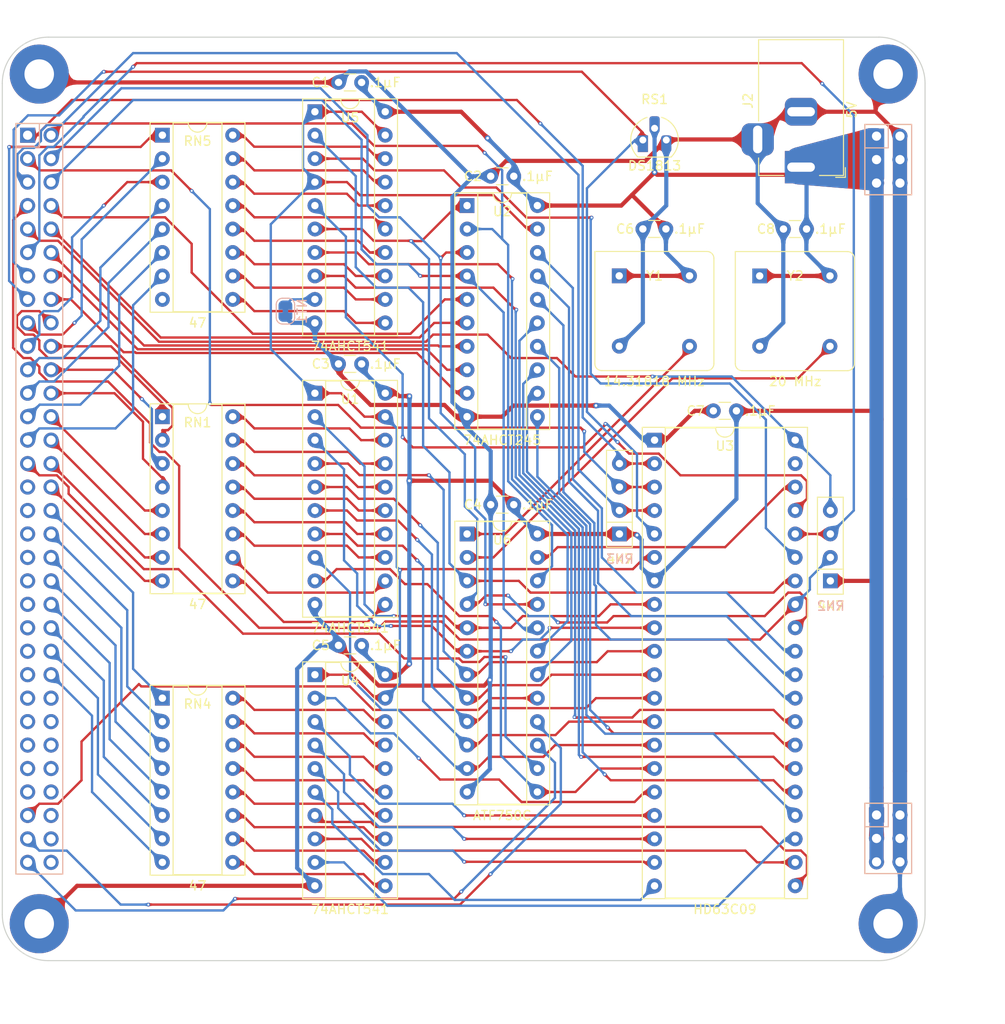
<source format=kicad_pcb>
(kicad_pcb (version 20240108) (generator "pcbnew") (generator_version "8.0")
  (layers (0 "F.Cu" signal) (31 "B.Cu" signal) (34 "B.Paste" user) (35 "F.Paste" user) (36 "B.SilkS" user "B.Silkscreen") (37 "F.SilkS" user "F.Silkscreen") (38 "B.Mask" user) (39 "F.Mask" user) (44 "Edge.Cuts" user))
  (net 0 "")
  (net 1 "GND")
  (net 2 "+5V")
  (net 6 "A6")
  (net 9 "~{IORQ}")
  (net 11 "~{BUSRQ}")
  (net 12 "D0")
  (net 13 "A14")
  (net 15 "~{IRQ}")
  (net 16 "D2")
  (net 17 "R{slash}~{W}")
  (net 18 "D4")
  (net 19 "A5")
  (net 20 "A15")
  (net 22 "~{MRDY}")
  (net 23 "D7")
  (net 25 "~{WR}")
  (net 27 "~{FIRQ}")
  (net 28 "E")
  (net 29 "A3")
  (net 31 "A1")
  (net 34 "A11")
  (net 35 "SPD_{LED}^{B}")
  (net 36 "D5")
  (net 37 "A12")
  (net 40 "~{NMI}")
  (net 41 "A13")
  (net 43 "D1")
  (net 45 "~{RD}")
  (net 46 "A8")
  (net 47 "Net-(U5-A7)")
  (net 48 "~{HALT}")
  (net 50 "D6")
  (net 51 "A0")
  (net 53 "A10")
  (net 56 "A7")
  (net 57 "A9")
  (net 58 "BS")
  (net 60 "A2")
  (net 61 "D3")
  (net 63 "BA")
  (net 64 "/CPU section/20M_{clk}")
  (net 65 "Q")
  (net 66 "~{RESET}")
  (net 67 "A4")
  (net 68 "/CPU section/14M_{clk}")
  (net 69 "SPD_{LED}^{R}")
  (net 70 "SPD_{LED}^{G}")
  (net 71 "/CPU section/BA3")
  (net 72 "/CPU section/BA0")
  (net 73 "/CPU section/BBA")
  (net 74 "/CPU section/BA1")
  (net 75 "/CPU section/BA5")
  (net 76 "/CPU section/BA4")
  (net 77 "/CPU section/BA2")
  (net 78 "/CPU section/BA6")
  (net 79 "/CPU section/BA7")
  (net 80 "/CPU section/BD7")
  (net 81 "/CPU section/BD2")
  (net 82 "/CPU section/BD6")
  (net 83 "/CPU section/BD4")
  (net 84 "/CPU section/BD5")
  (net 85 "/CPU section/BR{slash}~{W}")
  (net 86 "/CPU section/BD1")
  (net 87 "/CPU section/BD3")
  (net 88 "/CPU section/BD0")
  (net 89 "/CPU section/BA13")
  (net 90 "/CPU section/BQ")
  (net 91 "/CPU section/BA14")
  (net 92 "/CPU section/BA12")
  (net 93 "/CPU section/BE")
  (net 95 "/CPU section/BA15")
  (net 96 "/CPU section/BA10")
  (net 97 "/CPU section/BA11")
  (net 98 "/CPU section/BA9")
  (net 99 "/CPU section/BBS")
  (net 100 "/CPU section/BA8")
  (net 101 "/CPU section/CPU_{clk}")
  (net 102 "/CPU section/~{BWR}")
  (net 103 "/CPU section/~{BRD}")
  (net 104 "Net-(RN1-R6.2)")
  (net 105 "Net-(RN1-R7.2)")
  (net 106 "Net-(RN1-R1.2)")
  (net 107 "Net-(RN1-R4.2)")
  (net 108 "Net-(RN1-R2.2)")
  (net 109 "Net-(RN1-R5.2)")
  (net 110 "Net-(RN1-R8.2)")
  (net 111 "Net-(RN1-R3.2)")
  (net 112 "Net-(RN4-R5.2)")
  (net 113 "Net-(RN4-R3.2)")
  (net 114 "Net-(RN4-R8.2)")
  (net 115 "Net-(RN4-R6.2)")
  (net 116 "Net-(RN4-R1.2)")
  (net 117 "Net-(RN4-R7.2)")
  (net 118 "Net-(RN4-R2.2)")
  (net 119 "Net-(RN4-R4.2)")
  (net 120 "Net-(RN5-R5.2)")
  (net 121 "Net-(RN5-R6.2)")
  (net 122 "Net-(RN5-R8.2)")
  (net 123 "Net-(RN5-R3.2)")
  (net 124 "Net-(RN5-R4.2)")
  (net 125 "Net-(RN5-R1.2)")
  (net 126 "Net-(RN5-R7.2)")
  (net 127 "Net-(RN5-R2.2)")
  (footprint "Package_TO_SOT_THT:TO-92_HandSolder" (layer "F.Cu") (at 136.525 55.765)
    (property "Reference" "RS1")
    (property "Value" "DS1813")
  )
  (footprint "Capacitor_THT:C_Disc_D3.0mm_W1.6mm_P2.50mm" (layer "F.Cu") (at 106.045 110.49 180)
    (property "Reference" "C5")
    (property "Value" ".1µF")
  )
  (footprint "Resistor_THT:R_Array_SIP4" (layer "F.Cu") (at 156.845 103.505 90)
    (property "Reference" "RN2")
    (property "Value" "4K7")
  )
  (footprint "Package_DIP:DIP-16_W7.62mm_Socket" (layer "F.Cu") (at 84.455 116.205)
    (property "Reference" "RN4")
    (property "Value" "47")
  )
  (footprint "Capacitor_THT:C_Disc_D3.0mm_W1.6mm_P2.50mm" (layer "F.Cu") (at 122.535 59.69 180)
    (property "Reference" "C2")
    (property "Value" ".1µF")
  )
  (footprint "Capacitor_THT:C_Disc_D3.0mm_W1.6mm_P2.50mm" (layer "F.Cu") (at 154.265 65.405 180)
    (property "Reference" "C8")
    (property "Value" ".1µF")
  )
  (footprint "Capacitor_THT:C_Disc_D3.0mm_W1.6mm_P2.50mm" (layer "F.Cu") (at 122.535 95.25 180)
    (property "Reference" "C4")
    (property "Value" ".1µF")
  )
  (footprint "Capacitor_THT:C_Disc_D3.0mm_W1.6mm_P2.50mm" (layer "F.Cu") (at 139.025 65.395 180)
    (property "Reference" "C6")
    (property "Value" ".1µF")
  )
  (footprint "6309 Step-by-Step:100x100 dev board with a 64-pin header." (layer "F.Cu") (at 67.1068 44.6278)
    (property "Reference" "J1")
    (property "Value" "100mm_Dev_Board")
    (fp_line (start 0 5) (end 0 95) (stroke (width 0.12)) (layer "Edge.Cuts"))
    (fp_line (start 5 100) (end 95 100) (stroke (width 0.12)) (layer "Edge.Cuts"))
    (fp_line (start 95 0) (end 5 0) (stroke (width 0.12)) (layer "Edge.Cuts"))
    (fp_line (start 100 95) (end 100 5) (stroke (width 0.12)) (layer "Edge.Cuts"))
    (fp_arc (start 0 5) (mid 1.464466 1.464466) (end 5 0) (stroke (width 0.12)) (layer "Edge.Cuts"))
    (fp_arc (start 5 100) (mid 1.464466 98.535534) (end 0 95) (stroke (width 0.12)) (layer "Edge.Cuts"))
    (fp_arc (start 95 0) (mid 98.535534 1.464466) (end 100 5) (stroke (width 0.12)) (layer "Edge.Cuts"))
    (fp_arc (start 100 95) (mid 98.535534 98.535534) (end 95 100) (stroke (width 0.12)) (layer "Edge.Cuts"))
  )
  (footprint "Package_DIP:DIP-16_W7.62mm_Socket" (layer "F.Cu") (at 84.455 85.725)
    (property "Reference" "RN1")
    (property "Value" "47")
  )
  (footprint "Package_DIP:DIP-24_W7.62mm_Socket" (layer "F.Cu") (at 117.475 98.425)
    (property "Reference" "U6")
    (property "Value" "ATF750C")
  )
  (footprint "Package_DIP:DIP-16_W7.62mm_Socket" (layer "F.Cu") (at 84.455 55.245)
    (property "Reference" "RN5")
    (property "Value" "47")
  )
  (footprint "Resistor_THT:R_Array_SIP4" (layer "F.Cu") (at 133.985 98.425 90)
    (property "Reference" "RN3")
    (property "Value" "4K7")
  )
  (footprint "Oscillator:Oscillator_DIP-8" (layer "F.Cu") (at 149.185 70.485 -90)
    (property "Reference" "Y2")
    (property "Value" "20 MHz")
  )
  (footprint "Capacitor_THT:C_Disc_D3.0mm_W1.6mm_P2.50mm" (layer "F.Cu") (at 106.045 80.01 180)
    (property "Reference" "C3")
    (property "Value" ".1µF")
  )
  (footprint "Connector_BarrelJack:BarrelJack_Horizontal" (layer "F.Cu") (at 153.67 58.705 -90)
    (property "Reference" "J2")
    (property "Value" "5V")
  )
  (footprint "Package_DIP:DIP-40_W15.24mm_Socket" (layer "F.Cu") (at 137.795 88.265)
    (property "Reference" "U3")
    (property "Value" "HD63C09")
  )
  (footprint "Package_DIP:DIP-20_W7.62mm_Socket" (layer "F.Cu") (at 100.985 113.665)
    (property "Reference" "U4")
    (property "Value" "74AHCT541")
  )
  (footprint "Capacitor_THT:C_Disc_D3.0mm_W1.6mm_P2.50mm" (layer "F.Cu") (at 106.045 49.53 180)
    (property "Reference" "C1")
    (property "Value" ".1µF")
  )
  (footprint "Package_DIP:DIP-20_W7.62mm_Socket" (layer "F.Cu") (at 100.985 83.185)
    (property "Reference" "U1")
    (property "Value" "74AHCT541")
  )
  (footprint "Package_DIP:DIP-20_W7.62mm_Socket" (layer "F.Cu") (at 117.475 62.865)
    (property "Reference" "U2")
    (property "Value" "74AHCT245")
  )
  (footprint "Package_DIP:DIP-20_W7.62mm_Socket" (layer "F.Cu") (at 100.985 52.705)
    (property "Reference" "U5")
    (property "Value" "74AHCT541")
  )
  (footprint "Capacitor_THT:C_Disc_D3.0mm_W1.6mm_P2.50mm" (layer "F.Cu") (at 146.665 85.09 180)
    (property "Reference" "C7")
    (property "Value" ".1µF")
  )
  (footprint "Oscillator:Oscillator_DIP-8" (layer "F.Cu") (at 133.965 70.475 -90)
    (property "Reference" "Y1")
    (property "Value" "14.31818 MHz")
  )
  (footprint "Jumper:SolderJumper-2_P1.3mm_Bridged_RoundedPad1.0x1.5mm" (layer "B.Cu") (at 97.79 74.295 90)
    (property "Reference" "NT1")
    (property "Value" "B8")
  )
  (segment (start 164.389 55.723) (end 164.389 55.3468) (width 0.45) (layer "F.Cu") (net 1))
  (segment (start 161.7472 52.705) (end 153.67 52.705) (width 0.45) (layer "F.Cu") (net 1))
  (segment (start 161.7472 49.9874) (end 161.7472 52.705) (width 0.45) (layer "F.Cu") (net 1))
  (segment (start 119.3306 114.8471) (end 107.9021 114.8471) (width 0.45) (layer "F.Cu") (net 1))
  (segment (start 117.475 85.725) (end 116.2959 85.725) (width 0.45) (layer "F.Cu") (net 1))
  (segment (start 142.1491 85.09) (end 144.165 85.09) (width 0.45) (layer "F.Cu") (net 1))
  (segment (start 121.285 85.725) (end 117.475 85.725) (width 0.45) (layer "F.Cu") (net 1))
  (segment (start 148.97 55.705) (end 139.125 55.705) (width 0.45) (layer "F.Cu") (net 1))
  (segment (start 75.2096 136.525) (end 71.1068 140.6278) (width 0.45) (layer "F.Cu") (net 1))
  (segment (start 119.9462 114.2315) (end 119.3306 114.8471) (width 0.45) (layer "F.Cu") (net 1))
  (segment (start 100.985 136.525) (end 75.2096 136.525) (width 0.45) (layer "F.Cu") (net 1))
  (segment (start 131.445 84.5233) (end 122.4867 84.5233) (width 0.45) (layer "F.Cu") (net 1))
  (segment (start 164.389 124.1105) (end 164.389 55.723) (width 1.524) (layer "F.Cu") (net 1))
  (segment (start 72.009 49.53) (end 103.545 49.53) (width 0.45) (layer "F.Cu") (net 1))
  (segment (start 164.389 55.3468) (end 164.3888 55.3466) (width 0.45) (layer "F.Cu") (net 1))
  (segment (start 136.8043 58.0257) (end 121.6993 58.0257) (width 0.45) (layer "F.Cu") (net 1))
  (segment (start 164.3888 124.1107) (end 164.3888 128.8542) (width 0.45) (layer "F.Cu") (net 1))
  (segment (start 137.795 88.265) (end 138.9741 88.265) (width 0.45) (layer "F.Cu") (net 1))
  (segment (start 164.389 133.934) (end 164.389 124.1105) (width 1.524) (layer "F.Cu") (net 1))
  (segment (start 103.545 80.9825) (end 103.545 80.01) (width 0.45) (layer "F.Cu") (net 1))
  (segment (start 151.97 52.705) (end 148.97 55.705) (width 0.45) (layer "F.Cu") (net 1))
  (segment (start 107.9021 114.8471) (end 103.545 110.49) (width 0.45) (layer "F.Cu") (net 1))
  (segment (start 139.125 55.705) (end 139.065 55.765) (width 0.45) (layer "F.Cu") (net 1))
  (segment (start 107.0175 84.455) (end 103.545 80.9825) (width 0.45) (layer "F.Cu") (net 1))
  (segment (start 121.6993 58.0257) (end 120.035 59.69) (width 0.45) (layer "F.Cu") (net 1))
  (segment (start 153.67 52.705) (end 151.97 52.705) (width 0.45) (layer "F.Cu") (net 1))
  (segment (start 163.1068 48.6278) (end 161.7472 49.9874) (width 0.45) (layer "F.Cu") (net 1))
  (segment (start 116.2959 85.725) (end 115.0259 84.455) (width 0.45) (layer "F.Cu") (net 1))
  (segment (start 164.3888 55.3466) (end 161.7472 52.705) (width 0.45) (layer "F.Cu") (net 1))
  (segment (start 164.389 124.1105) (end 164.3888 124.1107) (width 0.45) (layer "F.Cu") (net 1))
  (segment (start 115.0259 84.455) (end 107.0175 84.455) (width 0.45) (layer "F.Cu") (net 1))
  (segment (start 164.3888 60.4266) (end 164.3888 57.8866) (width 0.45) (layer "F.Cu") (net 1))
  (segment (start 139.065 55.765) (end 136.8043 58.0257) (width 0.45) (layer "F.Cu") (net 1))
  (segment (start 164.3888 128.8542) (end 164.3888 131.3942) (width 0.45) (layer "F.Cu") (net 1))
  (segment (start 164.3888 131.3942) (end 164.3888 133.9342) (width 0.45) (layer "F.Cu") (net 1))
  (segment (start 71.1068 48.6278) (end 72.009 49.53) (width 0.45) (layer "F.Cu") (net 1))
  (segment (start 122.4867 84.5233) (end 121.285 85.725) (width 0.45) (layer "F.Cu") (net 1))
  (segment (start 138.9741 88.265) (end 142.1491 85.09) (width 0.45) (layer "F.Cu") (net 1))
  (segment (start 164.389 55.723) (end 164.389 55.3466) (width 1.524) (layer "F.Cu") (net 1))
  (via (at 119.9462 114.2315) (size 0.6) (drill 0.3) (layers "F.Cu" "B.Cu") (net 1))
  (via (at 131.445 84.5233) (size 0.6) (drill 0.3) (layers "F.Cu" "B.Cu") (net 1))
  (segment (start 98.41 75.565) (end 97.79 74.945) (width 0.45) (layer "B.Cu") (net 1))
  (segment (start 117.475 85.725) (end 117.475 86.9041) (width 0.45) (layer "B.Cu") (net 1))
  (segment (start 100.985 77.45) (end 103.545 80.01) (width 0.45) (layer "B.Cu") (net 1))
  (segment (start 115.8875 61.9398) (end 118.0088 59.8185) (width 0.45) (layer "B.Cu") (net 1))
  (segment (start 101.6 110.49) (end 103.545 110.49) (width 0.45) (layer "B.Cu") (net 1))
  (segment (start 103.545 109.7841) (end 103.545 110.49) (width 0.45) (layer "B.Cu") (net 1))
  (segment (start 104.7329 48.3421) (end 106.5323 48.3421) (width 0.45) (layer "B.Cu") (net 1))
  (segment (start 151.745 66.5069) (end 151.745 65.425) (width 0.45) (layer "B.Cu") (net 1))
  (segment (start 118.1373 59.69) (end 120.035 59.69) (width 0.45) (layer "B.Cu") (net 1))
  (segment (start 106.5323 48.3421) (end 118.0088 59.8185) (width 0.45) (layer "B.Cu") (net 1))
  (segment (start 139.065 55.765) (end 139.065 62.855) (width 0.45) (layer "B.Cu") (net 1))
  (segment (start 117.475 126.365) (end 119.9462 123.8938) (width 0.45) (layer "B.Cu") (net 1))
  (segment (start 132.8742 84.5233) (end 136.6159 88.265) (width 0.45) (layer "B.Cu") (net 1))
  (segment (start 100.985 75.565) (end 100.985 77.45) (width 0.45) (layer "B.Cu") (net 1))
  (segment (start 164.3888 57.8866) (end 164.3888 55.3466) (width 0.45) (layer "B.Cu") (net 1))
  (segment (start 99.06 134.6) (end 99.06 113.03) (width 0.45) (layer "B.Cu") (net 1))
  (segment (start 99.06 113.03) (end 101.6 110.49) (width 0.45) (layer "B.Cu") (net 1))
  (segment (start 148.97 55.705) (end 148.97 62.61) (width 0.45) (layer "B.Cu") (net 1))
  (segment (start 120.035 95.25) (end 120.035 89.4641) (width 0.45) (layer "B.Cu") (net 1))
  (segment (start 100.985 106.045) (end 100.985 107.2241) (width 0.45) (layer "B.Cu") (net 1))
  (segment (start 164.389 94.6403) (end 164.389 55.3466) (width 1.524) (layer "B.Cu") (net 1))
  (segment (start 100.985 75.565) (end 98.41 75.565) (width 0.45) (layer "B.Cu") (net 1))
  (segment (start 151.745 66.5069) (end 151.745 75.545) (width 0.45) (layer "B.Cu") (net 1))
  (segment (start 164.3888 133.9342) (end 164.3888 139.3458) (width 0.45) (layer "B.Cu") (net 1))
  (segment (start 151.745 65.425) (end 151.765 65.405) (width 0.45) (layer "B.Cu") (net 1))
  (segment (start 139.065 62.855) (end 136.525 65.395) (width 0.45) (layer "B.Cu") (net 1))
  (segment (start 119.9462 123.8938) (end 119.9462 114.2315) (width 0.45) (layer "B.Cu") (net 1))
  (segment (start 100.985 136.525) (end 99.06 134.6) (width 0.45) (layer "B.Cu") (net 1))
  (segment (start 164.389 133.934) (end 164.389 94.6403) (width 1.524) (layer "B.Cu") (net 1))
  (segment (start 120.035 89.4641) (end 117.475 86.9041) (width 0.45) (layer "B.Cu") (net 1))
  (segment (start 148.97 62.61) (end 151.765 65.405) (width 0.45) (layer "B.Cu") (net 1))
  (segment (start 164.389 94.6403) (end 164.3888 94.6401) (width 0.45) (layer "B.Cu") (net 1))
  (segment (start 164.3888 94.6401) (end 164.3888 60.4266) (width 0.45) (layer "B.Cu") (net 1))
  (segment (start 120.035 114.1427) (end 120.035 95.25) (width 0.45) (layer "B.Cu") (net 1))
  (segment (start 131.445 84.5233) (end 132.8742 84.5233) (width 0.45) (layer "B.Cu") (net 1))
  (segment (start 100.985 107.2241) (end 103.545 109.7841) (width 0.45) (layer "B.Cu") (net 1))
  (segment (start 151.745 75.545) (end 149.185 78.105) (width 0.45) (layer "B.Cu") (net 1))
  (segment (start 164.3888 139.3458) (end 163.1068 140.6278) (width 0.45) (layer "B.Cu") (net 1))
  (segment (start 119.9462 114.2315) (end 120.035 114.1427) (width 0.45) (layer "B.Cu") (net 1))
  (segment (start 103.545 49.53) (end 104.7329 48.3421) (width 0.45) (layer "B.Cu") (net 1))
  (segment (start 118.0088 59.8185) (end 118.1373 59.69) (width 0.45) (layer "B.Cu") (net 1))
  (segment (start 117.475 85.725) (end 115.8875 84.1375) (width 0.45) (layer "B.Cu") (net 1))
  (segment (start 136.6159 88.265) (end 137.795 88.265) (width 0.45) (layer "B.Cu") (net 1))
  (segment (start 115.8875 84.1375) (end 115.8875 61.9398) (width 0.45) (layer "B.Cu") (net 1))
  (segment (start 151.745 65.405) (end 151.745 66.5069) (width 0.45) (layer "B.Cu") (net 1))
  (segment (start 136.525 75.535) (end 136.525 65.395) (width 0.45) (layer "B.Cu") (net 1))
  (segment (start 133.965 78.095) (end 136.525 75.535) (width 0.45) (layer "B.Cu") (net 1))
  (segment (start 161.8488 129.9226) (end 161.8488 131.3942) (width 0.45) (layer "F.Cu") (net 2))
  (segment (start 108.605 113.665) (end 110.0405 113.665) (width 0.45) (layer "F.Cu") (net 2))
  (segment (start 110.1016 83.5025) (end 109.7841 83.185) (width 0.45) (layer "F.Cu") (net 2))
  (segment (start 153.6828 59.5324) (end 138.0682 59.5324) (width 0.45) (layer "F.Cu") (net 2))
  (segment (start 119.6975 55.5625) (end 116.84 52.705) (width 0.45) (layer "F.Cu") (net 2))
  (segment (start 161.849 133.934) (end 161.849 129.9224) (width 1.524) (layer "F.Cu") (net 2))
  (segment (start 161.849 129.9224) (end 161.849 125.9108) (width 1.524) (layer "F.Cu") (net 2))
  (segment (start 161.849 125.9108) (end 161.849 113.876) (width 1.524) (layer "F.Cu") (net 2))
  (segment (start 135.3421 61.7121) (end 139.025 65.395) (width 0.45) (layer "F.Cu") (net 2))
  (segment (start 161.8488 125.911) (end 161.8488 128.8542) (width 0.45) (layer "F.Cu") (net 2))
  (segment (start 137.795 59.2592) (end 135.3421 61.7121) (width 0.45) (layer "F.Cu") (net 2))
  (segment (start 135.3421 61.7121) (end 134.1892 62.865) (width 0.45) (layer "F.Cu") (net 2))
  (segment (start 161.849 86.0138) (end 161.849 55.3466) (width 1.524) (layer "F.Cu") (net 2))
  (segment (start 161.849 129.9224) (end 161.8488 129.9226) (width 0.45) (layer "F.Cu") (net 2))
  (segment (start 161.849 85.09) (end 146.665 85.09) (width 0.45) (layer "F.Cu") (net 2))
  (segment (start 133.965 70.475) (end 141.585 70.475) (width 0.45) (layer "F.Cu") (net 2))
  (segment (start 134.1892 62.865) (end 125.095 62.865) (width 0.45) (layer "F.Cu") (net 2))
  (segment (start 161.8488 131.3942) (end 161.8488 133.9342) (width 0.45) (layer "F.Cu") (net 2))
  (segment (start 149.185 70.485) (end 156.805 70.485) (width 0.45) (layer "F.Cu") (net 2))
  (segment (start 161.849 103.505) (end 156.845 103.505) (width 0.45) (layer "F.Cu") (net 2))
  (segment (start 135.89 98.5552) (end 135.7598 98.425) (width 0.45) (layer "F.Cu") (net 2))
  (segment (start 111.2345 83.5025) (end 110.1016 83.5025) (width 0.45) (layer "F.Cu") (net 2))
  (segment (start 109.7841 83.185) (end 108.605 83.185) (width 0.45) (layer "F.Cu") (net 2))
  (segment (start 161.849 125.9108) (end 161.8488 125.911) (width 0.45) (layer "F.Cu") (net 2))
  (segment (start 161.849 113.876) (end 161.849 86.0138) (width 1.524) (layer "F.Cu") (net 2))
  (segment (start 125.095 98.425) (end 133.985 98.425) (width 0.45) (layer "F.Cu") (net 2))
  (segment (start 138.0682 59.5324) (end 137.795 59.2592) (width 0.45) (layer "F.Cu") (net 2))
  (segment (start 122.535 95.25) (end 119.9458 92.6608) (width 0.45) (layer "F.Cu") (net 2))
  (segment (start 110.0405 113.665) (end 111.2164 112.4891) (width 0.45) (layer "F.Cu") (net 2))
  (segment (start 116.84 52.705) (end 108.605 52.705) (width 0.45) (layer "F.Cu") (net 2))
  (segment (start 135.7598 98.425) (end 133.985 98.425) (width 0.45) (layer "F.Cu") (net 2))
  (segment (start 119.9458 92.6608) (end 111.2164 92.6608) (width 0.45) (layer "F.Cu") (net 2))
  (via (at 119.6975 55.5625) (size 0.6) (drill 0.3) (layers "F.Cu" "B.Cu") (net 2))
  (via (at 111.2164 112.4891) (size 0.6) (drill 0.3) (layers "F.Cu" "B.Cu") (net 2))
  (via (at 111.2345 83.5025) (size 0.6) (drill 0.3) (layers "F.Cu" "B.Cu") (net 2))
  (via (at 137.795 59.2592) (size 0.6) (drill 0.3) (layers "F.Cu" "B.Cu") (net 2))
  (via (at 111.2164 92.6608) (size 0.6) (drill 0.3) (layers "F.Cu" "B.Cu") (net 2))
  (via (at 135.89 98.5552) (size 0.6) (drill 0.3) (layers "F.Cu" "B.Cu") (net 2))
  (segment (start 154.245 65.405) (end 154.245 66.5069) (width 0.45) (layer "B.Cu") (net 2))
  (segment (start 135.89 98.5552) (end 136.3849 99.0501) (width 0.45) (layer "B.Cu") (net 2))
  (segment (start 154.245 67.925) (end 156.805 70.485) (width 0.45) (layer "B.Cu") (net 2))
  (segment (start 111.2345 92.6427) (end 111.2164 92.6608) (width 0.45) (layer "B.Cu") (net 2))
  (segment (start 122.535 95.865) (end 125.095 98.425) (width 0.45) (layer "B.Cu") (net 2))
  (segment (start 139.025 67.915) (end 141.585 70.475) (width 0.45) (layer "B.Cu") (net 2))
  (segment (start 146.665 94.635) (end 137.795 103.505) (width 0.45) (layer "B.Cu") (net 2))
  (segment (start 154.245 66.5069) (end 154.245 67.925) (width 0.45) (layer "B.Cu") (net 2))
  (segment (start 122.535 59.69) (end 122.535 58.4) (width 0.45) (layer "B.Cu") (net 2))
  (segment (start 106.045 111.105) (end 108.605 113.665) (width 0.45) (layer "B.Cu") (net 2))
  (segment (start 111.2164 92.6608) (end 111.2164 112.4891) (width 0.45) (layer "B.Cu") (net 2))
  (segment (start 122.535 60.305) (end 125.095 62.865) (width 0.45) (layer "B.Cu") (net 2))
  (segment (start 106.045 110.49) (end 106.045 111.105) (width 0.45) (layer "B.Cu") (net 2))
  (segment (start 136.3849 99.0501) (end 136.3849 102.0949) (width 0.45) (layer "B.Cu") (net 2))
  (segment (start 106.045 80.01) (end 106.045 80.625) (width 0.45) (layer "B.Cu") (net 2))
  (segment (start 154.265 66.4869) (end 154.265 65.405) (width 0.45) (layer "B.Cu") (net 2))
  (segment (start 154.265 59.5793) (end 154.265 65.405) (width 0.45) (layer "B.Cu") (net 2))
  (segment (start 139.025 65.395) (end 139.025 67.915) (width 0.45) (layer "B.Cu") (net 2))
  (segment (start 122.535 58.4) (end 119.6975 55.5625) (width 0.45) (layer "B.Cu") (net 2))
  (segment (start 106.045 49.53) (end 106.045 50.145) (width 0.45) (layer "B.Cu") (net 2))
  (segment (start 154.245 66.5069) (end 154.265 66.4869) (width 0.45) (layer "B.Cu") (net 2))
  (segment (start 106.045 80.625) (end 108.605 83.185) (width 0.45) (layer "B.Cu") (net 2))
  (segment (start 122.535 59.69) (end 122.535 60.305) (width 0.45) (layer "B.Cu") (net 2))
  (segment (start 122.535 95.25) (end 122.535 95.865) (width 0.45) (layer "B.Cu") (net 2))
  (segment (start 111.2345 83.5025) (end 111.2345 92.6427) (width 0.45) (layer "B.Cu") (net 2))
  (segment (start 137.795 54.495) (end 137.795 59.2592) (width 0.45) (layer "B.Cu") (net 2))
  (segment (start 146.665 85.09) (end 146.665 94.635) (width 0.45) (layer "B.Cu") (net 2))
  (segment (start 161.849 55.3466) (end 161.849 133.934) (width 1.524) (layer "B.Cu") (net 2))
  (segment (start 106.045 50.145) (end 108.605 52.705) (width 0.45) (layer "B.Cu") (net 2))
  (segment (start 136.3849 102.0949) (end 137.795 103.505) (width 0.45) (layer "B.Cu") (net 2))
  (segment (start 84.455 100.965) (end 82.55 100.965) (width 0.254) (layer "F.Cu") (net 6))
  (segment (start 82.55 100.965) (end 72.39 90.805) (width 0.254) (layer "F.Cu") (net 6))
  (segment (start 107.9771 109.22) (end 93.1862 109.22) (width 0.254) (layer "F.Cu") (net 9))
  (segment (start 119.3395 111.7504) (end 118.8018 112.2881) (width 0.254) (layer "F.Cu") (net 9))
  (segment (start 86.2012 102.235) (end 82.45235 102.235) (width 0.254) (layer "F.Cu") (net 9))
  (segment (start 71.12 92.075) (end 69.85 90.805) (width 0.254) (layer "F.Cu") (net 9))
  (segment (start 73.025 92.075) (end 71.12 92.075) (width 0.254) (layer "F.Cu") (net 9))
  (segment (start 93.1862 109.22) (end 86.2012 102.235) (width 0.254) (layer "F.Cu") (net 9))
  (segment (start 116.6017 111.9079) (end 110.665 111.9079) (width 0.254) (layer "F.Cu") (net 9))
  (segment (start 82.45235 102.235) (end 74.295 94.07765) (width 0.254) (layer "F.Cu") (net 9))
  (segment (start 74.295 93.345) (end 73.025 92.075) (width 0.254) (layer "F.Cu") (net 9))
  (segment (start 110.665 111.9079) (end 107.9771 109.22) (width 0.254) (layer "F.Cu") (net 9))
  (segment (start 74.295 94.07765) (end 74.295 93.345) (width 0.254) (layer "F.Cu") (net 9))
  (segment (start 118.8018 112.2881) (end 116.9819 112.2881) (width 0.254) (layer "F.Cu") (net 9))
  (segment (start 121.6444 111.7504) (end 119.3395 111.7504) (width 0.254) (layer "F.Cu") (net 9))
  (segment (start 116.9819 112.2881) (end 116.6017 111.9079) (width 0.254) (layer "F.Cu") (net 9))
  (via (at 121.6444 111.7504) (size 0.4) (drill 0.2) (layers "F.Cu" "B.Cu") (net 9))
  (segment (start 121.6444 120.3744) (end 121.6444 111.7504) (width 0.254) (layer "B.Cu") (net 9))
  (segment (start 125.095 123.825) (end 121.6444 120.3744) (width 0.254) (layer "B.Cu") (net 9))
  (segment (start 70.1747 79.375) (end 69.3905 79.375) (width 0.254) (layer "F.Cu") (net 11))
  (segment (start 153.035 106.045) (end 149.225 109.855) (width 0.254) (layer "F.Cu") (net 11))
  (segment (start 108.627974 107.903) (end 107.945974 108.585) (width 0.254) (layer "F.Cu") (net 11))
  (segment (start 94.9325 108.585) (end 86.2753 99.9278) (width 0.254) (layer "F.Cu") (net 11))
  (segment (start 72.0653 81.915) (end 71.12 80.9697) (width 0.254) (layer "F.Cu") (net 11))
  (segment (start 114.7183 107.903) (end 108.627974 107.903) (width 0.254) (layer "F.Cu") (net 11))
  (segment (start 107.945974 108.585) (end 94.9325 108.585) (width 0.254) (layer "F.Cu") (net 11))
  (segment (start 68.2857 64.4293) (end 69.85 62.865) (width 0.254) (layer "F.Cu") (net 11))
  (segment (start 69.3905 79.375) (end 68.2857 78.2702) (width 0.254) (layer "F.Cu") (net 11))
  (segment (start 68.2857 78.2702) (end 68.2857 64.4293) (width 0.254) (layer "F.Cu") (net 11))
  (segment (start 86.2753 99.9278) (end 86.2753 91.0497) (width 0.254) (layer "F.Cu") (net 11))
  (segment (start 86.2753 91.0497) (end 84.7606 89.535) (width 0.254) (layer "F.Cu") (net 11))
  (segment (start 84.135 89.535) (end 83.1269 88.5269) (width 0.254) (layer "F.Cu") (net 11))
  (segment (start 83.1269 86.4745) (end 78.5674 81.915) (width 0.254) (layer "F.Cu") (net 11))
  (segment (start 116.6703 109.855) (end 114.7183 107.903) (width 0.254) (layer "F.Cu") (net 11))
  (segment (start 71.12 80.3203) (end 70.1747 79.375) (width 0.254) (layer "F.Cu") (net 11))
  (segment (start 149.225 109.855) (end 116.6703 109.855) (width 0.254) (layer "F.Cu") (net 11))
  (segment (start 78.5674 81.915) (end 72.0653 81.915) (width 0.254) (layer "F.Cu") (net 11))
  (segment (start 71.12 80.9697) (end 71.12 80.3203) (width 0.254) (layer "F.Cu") (net 11))
  (segment (start 83.1269 88.5269) (end 83.1269 86.4745) (width 0.254) (layer "F.Cu") (net 11))
  (segment (start 84.7606 89.535) (end 84.135 89.535) (width 0.254) (layer "F.Cu") (net 11))
  (segment (start 153.035 106.045) (end 154.6225 104.4575) (width 0.254) (layer "B.Cu") (net 11))
  (segment (start 154.6225 104.4575) (end 154.6225 103.1875) (width 0.254) (layer "B.Cu") (net 11))
  (segment (start 154.6225 103.1875) (end 156.845 100.965) (width 0.254) (layer "B.Cu") (net 11))
  (segment (start 107.4115 56.4011) (end 104.9854 53.975) (width 0.254) (layer "F.Cu") (net 12))
  (segment (start 104.9854 53.975) (end 73.66 53.975) (width 0.254) (layer "F.Cu") (net 12))
  (segment (start 118.6311 56.4011) (end 107.4115 56.4011) (width 0.254) (layer "F.Cu") (net 12))
  (segment (start 119.38 57.15) (end 118.6311 56.4011) (width 0.254) (layer "F.Cu") (net 12))
  (segment (start 73.66 53.975) (end 72.39 55.245) (width 0.254) (layer "F.Cu") (net 12))
  (via (at 119.38 57.15) (size 0.4) (drill 0.2) (layers "F.Cu" "B.Cu") (net 12))
  (segment (start 121.2773 66.4861) (end 120.1962 65.405) (width 0.254) (layer "B.Cu") (net 12))
  (segment (start 121.9298 92.7198) (end 126.6825 97.4725) (width 0.254) (layer "B.Cu") (net 12))
  (segment (start 126.6825 97.4725) (end 126.6825 101.9175) (width 0.254) (layer "B.Cu") (net 12))
  (segment (start 121.2773 66.4861) (end 121.2773 59.0473) (width 0.254) (layer "B.Cu") (net 12))
  (segment (start 120.1962 65.405) (end 117.475 65.405) (width 0.254) (layer "B.Cu") (net 12))
  (segment (start 121.2773 66.4861) (end 121.9298 67.1386) (width 0.254) (layer "B.Cu") (net 12))
  (segment (start 126.6825 101.9175) (end 125.095 103.505) (width 0.254) (layer "B.Cu") (net 12))
  (segment (start 121.2773 59.0473) (end 119.38 57.15) (width 0.254) (layer "B.Cu") (net 12))
  (segment (start 121.9298 67.1386) (end 121.9298 92.7198) (width 0.254) (layer "B.Cu") (net 12))
  (segment (start 77.47 116.205) (end 72.39 111.125) (width 0.254) (layer "B.Cu") (net 13))
  (segment (start 84.455 131.445) (end 77.47 124.46) (width 0.254) (layer "B.Cu") (net 13))
  (segment (start 77.47 124.46) (end 77.47 116.205) (width 0.254) (layer "B.Cu") (net 13))
  (segment (start 105.9641 86.9141) (end 103.505 84.455) (width 0.254) (layer "F.Cu") (net 15))
  (segment (start 130.175 87.3125) (end 129.7766 86.9141) (width 0.254) (layer "F.Cu") (net 15))
  (segment (start 87.63 61.2775) (end 85.4075 59.055) (width 0.254) (layer "F.Cu") (net 15))
  (segment (start 129.7766 86.9141) (end 105.9641 86.9141) (width 0.254) (layer "F.Cu") (net 15))
  (segment (start 137.795 93.345) (end 133.985 93.345) (width 0.254) (layer "F.Cu") (net 15))
  (segment (start 89.7459 84.455) (end 89.602 84.3111) (width 0.254) (layer "F.Cu") (net 15))
  (segment (start 103.505 84.455) (end 89.7459 84.455) (width 0.254) (layer "F.Cu") (net 15))
  (segment (start 71.12 59.055) (end 69.85 57.785) (width 0.254) (layer "F.Cu") (net 15))
  (segment (start 85.4075 59.055) (end 71.12 59.055) (width 0.254) (layer "F.Cu") (net 15))
  (via (at 87.63 61.2775) (size 0.4) (drill 0.2) (layers "F.Cu" "B.Cu") (net 15))
  (via (at 89.602 84.3111) (size 0.4) (drill 0.2) (layers "F.Cu" "B.Cu") (net 15))
  (via (at 130.175 87.3125) (size 0.4) (drill 0.2) (layers "F.Cu" "B.Cu") (net 15))
  (segment (start 130.175 87.3125) (end 130.175 89.535) (width 0.254) (layer "B.Cu") (net 15))
  (segment (start 87.63 61.2775) (end 89.602 63.2495) (width 0.254) (layer "B.Cu") (net 15))
  (segment (start 130.175 89.535) (end 133.985 93.345) (width 0.254) (layer "B.Cu") (net 15))
  (segment (start 89.602 63.2495) (end 89.602 84.3111) (width 0.254) (layer "B.Cu") (net 15))
  (segment (start 117.475 70.485) (end 112.395 70.485) (width 0.254) (layer "F.Cu") (net 16))
  (via (at 112.395 70.485) (size 0.4) (drill 0.2) (layers "F.Cu" "B.Cu") (net 16))
  (segment (start 125.095 108.585) (end 123.5075 108.585) (width 0.254) (layer "B.Cu") (net 16))
  (segment (start 81.28 51.435) (end 72.39 60.325) (width 0.254) (layer "B.Cu") (net 16))
  (segment (start 111.125 69.215) (end 107.65275 69.215) (width 0.254) (layer "B.Cu") (net 16))
  (segment (start 121.4376 106.5151) (end 121.4376 74.4476) (width 0.254) (layer "B.Cu") (net 16))
  (segment (start 106.045 67.60725) (end 106.045 55.7426) (width 0.254) (layer "B.Cu") (net 16))
  (segment (start 106.045 55.7426) (end 101.7374 51.435) (width 0.254) (layer "B.Cu") (net 16))
  (segment (start 123.5075 108.585) (end 121.4376 106.5151) (width 0.254) (layer "B.Cu") (net 16))
  (segment (start 107.65275 69.215) (end 106.045 67.60725) (width 0.254) (layer "B.Cu") (net 16))
  (segment (start 101.7374 51.435) (end 81.28 51.435) (width 0.254) (layer "B.Cu") (net 16))
  (segment (start 112.395 70.485) (end 111.125 69.215) (width 0.254) (layer "B.Cu") (net 16))
  (segment (start 121.4376 74.4476) (end 117.475 70.485) (width 0.254) (layer "B.Cu") (net 16))
  (segment (start 78.6132 71.2468) (end 84.455 65.405) (width 0.254) (layer "B.Cu") (net 17))
  (segment (start 71.12 81.915) (end 72.7283 81.915) (width 0.254) (layer "B.Cu") (net 17))
  (segment (start 72.7283 81.915) (end 78.6132 76.0301) (width 0.254) (layer "B.Cu") (net 17))
  (segment (start 78.6132 76.0301) (end 78.6132 71.2468) (width 0.254) (layer "B.Cu") (net 17))
  (segment (start 69.85 83.185) (end 71.12 81.915) (width 0.254) (layer "B.Cu") (net 17))
  (segment (start 84.2734 77.1525) (end 112.3315 77.1525) (width 0.254) (layer "F.Cu") (net 18))
  (segment (start 72.5259 65.405) (end 84.2734 77.1525) (width 0.254) (layer "F.Cu") (net 18))
  (segment (start 112.3315 77.1525) (end 113.919 75.565) (width 0.254) (layer "F.Cu") (net 18))
  (segment (start 113.919 75.565) (end 117.475 75.565) (width 0.254) (layer "F.Cu") (net 18))
  (segment (start 72.39 65.405) (end 72.5259 65.405) (width 0.254) (layer "F.Cu") (net 18))
  (segment (start 72.39 88.265) (end 82.55 98.425) (width 0.254) (layer "F.Cu") (net 19))
  (segment (start 82.55 98.425) (end 84.455 98.425) (width 0.254) (layer "F.Cu") (net 19))
  (segment (start 72.39 113.665) (end 76.835 118.11) (width 0.254) (layer "B.Cu") (net 20))
  (segment (start 76.835 126.365) (end 84.455 133.985) (width 0.254) (layer "B.Cu") (net 20))
  (segment (start 76.835 118.11) (end 76.835 126.365) (width 0.254) (layer "B.Cu") (net 20))
  (segment (start 153.7444 47.4454) (end 81.6722 47.4454) (width 0.254) (layer "F.Cu") (net 22))
  (segment (start 81.6722 47.4454) (end 81.28 47.8376) (width 0.254) (layer "F.Cu") (net 22))
  (segment (start 153.035 98.425) (end 156.845 98.425) (width 0.254) (layer "F.Cu") (net 22))
  (segment (start 155.956 49.657) (end 153.7444 47.4454) (width 0.254) (layer "F.Cu") (net 22))
  (via (at 81.28 47.8376) (size 0.4) (drill 0.2) (layers "F.Cu" "B.Cu") (net 22))
  (via (at 155.956 49.657) (size 0.4) (drill 0.2) (layers "F.Cu" "B.Cu") (net 22))
  (segment (start 71.12 57.4286) (end 71.12 66.675) (width 0.254) (layer "B.Cu") (net 22))
  (segment (start 72.6816 56.515) (end 72.0336 56.515) (width 0.254) (layer "B.Cu") (net 22))
  (segment (start 155.956 49.657) (end 159.385 53.086) (width 0.254) (layer "B.Cu") (net 22))
  (segment (start 81.28 47.8376) (end 75.9077 53.2099) (width 0.254) (layer "B.Cu") (net 22))
  (segment (start 71.12 66.675) (end 69.85 67.945) (width 0.254) (layer "B.Cu") (net 22))
  (segment (start 159.385 95.885) (end 156.845 98.425) (width 0.254) (layer "B.Cu") (net 22))
  (segment (start 159.385 53.086) (end 159.385 95.885) (width 0.254) (layer "B.Cu") (net 22))
  (segment (start 75.9077 53.2099) (end 75.9077 53.2889) (width 0.254) (layer "B.Cu") (net 22))
  (segment (start 72.0336 56.515) (end 71.12 57.4286) (width 0.254) (layer "B.Cu") (net 22))
  (segment (start 75.9077 53.2889) (end 72.6816 56.515) (width 0.254) (layer "B.Cu") (net 22))
  (segment (start 81.511864 78.74) (end 81.600764 78.8289) (width 0.254) (layer "F.Cu") (net 23))
  (segment (start 81.600764 78.8289) (end 112.0378 78.8289) (width 0.254) (layer "F.Cu") (net 23))
  (segment (start 72.39 73.025) (end 74.5329 73.025) (width 0.254) (layer "F.Cu") (net 23))
  (segment (start 80.2479 78.74) (end 81.511864 78.74) (width 0.254) (layer "F.Cu") (net 23))
  (segment (start 116.3939 83.185) (end 117.475 83.185) (width 0.254) (layer "F.Cu") (net 23))
  (segment (start 112.0378 78.8289) (end 116.3939 83.185) (width 0.254) (layer "F.Cu") (net 23))
  (segment (start 74.5329 73.025) (end 80.2479 78.74) (width 0.254) (layer "F.Cu") (net 23))
  (segment (start 79.375 86.995) (end 81.28 85.09) (width 0.254) (layer "B.Cu") (net 25))
  (segment (start 81.28 85.09) (end 81.28 73.66) (width 0.254) (layer "B.Cu") (net 25))
  (segment (start 69.85 88.265) (end 71.12 86.995) (width 0.254) (layer "B.Cu") (net 25))
  (segment (start 81.28 73.66) (end 84.455 70.485) (width 0.254) (layer "B.Cu") (net 25))
  (segment (start 71.12 86.995) (end 79.375 86.995) (width 0.254) (layer "B.Cu") (net 25))
  (segment (start 137.795 95.885) (end 133.985 95.885) (width 0.254) (layer "F.Cu") (net 27))
  (segment (start 71.2931 54.790649) (end 71.935649 54.1481) (width 0.254) (layer "B.Cu") (net 27))
  (segment (start 116.3555 46.355) (end 129.5457 59.5452) (width 0.254) (layer "B.Cu") (net 27))
  (segment (start 73.4869 54.1481) (end 81.28 46.355) (width 0.254) (layer "B.Cu") (net 27))
  (segment (start 71.2931 55.8634) (end 71.2931 54.790649) (width 0.254) (layer "B.Cu") (net 27))
  (segment (start 69.85 60.325) (end 68.7468 59.2218) (width 0.254) (layer "B.Cu") (net 27))
  (segment (start 68.7468 59.2218) (end 68.7468 57.3076) (width 0.254) (layer "B.Cu") (net 27))
  (segment (start 129.5457 91.4457) (end 133.985 95.885) (width 0.254) (layer "B.Cu") (net 27))
  (segment (start 81.28 46.355) (end 116.3555 46.355) (width 0.254) (layer "B.Cu") (net 27))
  (segment (start 70.5454 56.6111) (end 71.2931 55.8634) (width 0.254) (layer "B.Cu") (net 27))
  (segment (start 69.4433 56.6111) (end 70.5454 56.6111) (width 0.254) (layer "B.Cu") (net 27))
  (segment (start 68.7468 57.3076) (end 69.4433 56.6111) (width 0.254) (layer "B.Cu") (net 27))
  (segment (start 71.935649 54.1481) (end 73.4869 54.1481) (width 0.254) (layer "B.Cu") (net 27))
  (segment (start 129.5457 59.5452) (end 129.5457 91.4457) (width 0.254) (layer "B.Cu") (net 27))
  (segment (start 83.3739 55.245) (end 82.1039 56.515) (width 0.254) (layer "F.Cu") (net 28))
  (segment (start 82.1039 56.515) (end 67.8454 56.515) (width 0.254) (layer "F.Cu") (net 28))
  (segment (start 84.455 55.245) (end 83.3739 55.245) (width 0.254) (layer "F.Cu") (net 28))
  (via (at 67.8454 56.515) (size 0.4) (drill 0.2) (layers "F.Cu" "B.Cu") (net 28))
  (segment (start 69.85 73.025) (end 67.8454 71.0204) (width 0.254) (layer "B.Cu") (net 28))
  (segment (start 67.8454 71.0204) (end 67.8454 56.515) (width 0.254) (layer "B.Cu") (net 28))
  (segment (start 82.3511 90.272) (end 84.343 92.2639) (width 0.254) (layer "F.Cu") (net 29))
  (segment (start 84.455 93.345) (end 84.455 92.2639) (width 0.254) (layer "F.Cu") (net 29))
  (segment (start 84.343 92.2639) (end 84.455 92.2639) (width 0.254) (layer "F.Cu") (net 29))
  (segment (start 72.39 83.185) (end 79.2603 83.185) (width 0.254) (layer "F.Cu") (net 29))
  (segment (start 79.2603 83.185) (end 82.3511 86.2758) (width 0.254) (layer "F.Cu") (net 29))
  (segment (start 82.3511 86.2758) (end 82.3511 90.272) (width 0.254) (layer "F.Cu") (net 29))
  (segment (start 84.455 88.265) (end 84.455 87.1839) (width 0.254) (layer "F.Cu") (net 31))
  (segment (start 85.5659 86.6793) (end 85.5659 84.7802) (width 0.254) (layer "F.Cu") (net 31))
  (segment (start 85.0613 87.1839) (end 85.5659 86.6793) (width 0.254) (layer "F.Cu") (net 31))
  (segment (start 84.455 87.1839) (end 85.0613 87.1839) (width 0.254) (layer "F.Cu") (net 31))
  (segment (start 78.8907 78.105) (end 72.39 78.105) (width 0.254) (layer "F.Cu") (net 31))
  (segment (start 85.5659 84.7802) (end 78.8907 78.105) (width 0.254) (layer "F.Cu") (net 31))
  (segment (start 79.375 110.49) (end 72.39 103.505) (width 0.254) (layer "B.Cu") (net 34))
  (segment (start 79.375 118.745) (end 79.375 110.49) (width 0.254) (layer "B.Cu") (net 34))
  (segment (start 84.455 123.825) (end 79.375 118.745) (width 0.254) (layer "B.Cu") (net 34))
  (segment (start 116.078 137.922) (end 116.84 137.16) (width 0.254) (layer "F.Cu") (net 35))
  (segment (start 92.329 137.922) (end 116.078 137.922) (width 0.254) (layer "F.Cu") (net 35))
  (via (at 116.84 137.16) (size 0.4) (drill 0.2) (layers "F.Cu" "B.Cu") (net 35))
  (via (at 92.329 137.922) (size 0.4) (drill 0.2) (layers "F.Cu" "B.Cu") (net 35))
  (segment (start 92.329 137.922) (end 91.059 139.192) (width 0.254) (layer "B.Cu") (net 35))
  (segment (start 116.84 137.16) (end 127 127) (width 0.254) (layer "B.Cu") (net 35))
  (segment (start 127 123.19) (end 125.095 121.285) (width 0.254) (layer "B.Cu") (net 35))
  (segment (start 91.059 139.192) (end 75.057 139.192) (width 0.254) (layer "B.Cu") (net 35))
  (segment (start 127 127) (end 127 123.19) (width 0.254) (layer "B.Cu") (net 35))
  (segment (start 75.057 139.192) (end 69.85 133.985) (width 0.254) (layer "B.Cu") (net 35))
  (segment (start 114.339736 78.0161) (end 82.4611 78.0161) (width 0.254) (layer "F.Cu") (net 36))
  (segment (start 117.475 78.105) (end 114.428636 78.105) (width 0.254) (layer "F.Cu") (net 36))
  (segment (start 82.4611 78.0161) (end 72.39 67.945) (width 0.254) (layer "F.Cu") (net 36))
  (segment (start 114.428636 78.105) (end 114.339736 78.0161) (width 0.254) (layer "F.Cu") (net 36))
  (segment (start 78.74 120.65) (end 78.74 112.395) (width 0.254) (layer "B.Cu") (net 37))
  (segment (start 78.74 112.395) (end 72.39 106.045) (width 0.254) (layer "B.Cu") (net 37))
  (segment (start 84.455 126.365) (end 78.74 120.65) (width 0.254) (layer "B.Cu") (net 37))
  (segment (start 70.9486 55.245) (end 69.85 55.245) (width 0.254) (layer "F.Cu") (net 40))
  (segment (start 122.8725 51.435) (end 74.6213 51.435) (width 0.254) (layer "F.Cu") (net 40))
  (segment (start 70.9486 55.1077) (end 70.9486 55.245) (width 0.254) (layer "F.Cu") (net 40))
  (segment (start 137.795 90.805) (end 133.985 90.805) (width 0.254) (layer "F.Cu") (net 40))
  (segment (start 125.4125 53.975) (end 122.8725 51.435) (width 0.254) (layer "F.Cu") (net 40))
  (segment (start 74.6213 51.435) (end 70.9486 55.1077) (width 0.254) (layer "F.Cu") (net 40))
  (via (at 125.4125 53.975) (size 0.4) (drill 0.2) (layers "F.Cu" "B.Cu") (net 40))
  (segment (start 133.985 89.7826) (end 133.985 90.805) (width 0.254) (layer "B.Cu") (net 40))
  (segment (start 130.0059 85.8035) (end 133.985 89.7826) (width 0.254) (layer "B.Cu") (net 40))
  (segment (start 125.4125 53.975) (end 130.0059 58.5684) (width 0.254) (layer "B.Cu") (net 40))
  (segment (start 130.0059 58.5684) (end 130.0059 85.8035) (width 0.254) (layer "B.Cu") (net 40))
  (segment (start 84.455 128.905) (end 78.105 122.555) (width 0.254) (layer "B.Cu") (net 41))
  (segment (start 78.105 122.555) (end 78.105 114.3) (width 0.254) (layer "B.Cu") (net 41))
  (segment (start 78.105 114.3) (end 72.39 108.585) (width 0.254) (layer "B.Cu") (net 41))
  (segment (start 119.4553 106.045) (end 119.4546 106.0443) (width 0.254) (layer "F.Cu") (net 43))
  (segment (start 115.2148 67.945) (end 117.475 67.945) (width 0.254) (layer "F.Cu") (net 43))
  (segment (start 125.095 106.045) (end 119.4553 106.045) (width 0.254) (layer "F.Cu") (net 43))
  (segment (start 114.6175 68.5423) (end 115.2148 67.945) (width 0.254) (layer "F.Cu") (net 43))
  (via (at 114.6175 68.5423) (size 0.4) (drill 0.2) (layers "F.Cu" "B.Cu") (net 43))
  (via (at 119.4546 106.0443) (size 0.4) (drill 0.2) (layers "F.Cu" "B.Cu") (net 43))
  (segment (start 114.6175 68.5423) (end 114.6175 85.3373) (width 0.254) (layer "B.Cu") (net 43))
  (segment (start 119.4546 96.7991) (end 119.4546 106.0443) (width 0.254) (layer "B.Cu") (net 43))
  (segment (start 118.3497 95.6942) (end 119.4546 96.7991) (width 0.254) (layer "B.Cu") (net 43))
  (segment (start 72.39 57.785) (end 80.01 50.165) (width 0.254) (layer "B.Cu") (net 43))
  (segment (start 118.3497 89.0695) (end 118.3497 95.6942) (width 0.254) (layer "B.Cu") (net 43))
  (segment (start 114.6175 85.3373) (end 118.3497 89.0695) (width 0.254) (layer "B.Cu") (net 43))
  (segment (start 106.68 55.245) (end 106.68 62.865) (width 0.254) (layer "B.Cu") (net 43))
  (segment (start 110.2102 64.135) (end 114.6175 68.5423) (width 0.254) (layer "B.Cu") (net 43))
  (segment (start 107.95 64.135) (end 110.2102 64.135) (width 0.254) (layer "B.Cu") (net 43))
  (segment (start 80.01 50.165) (end 101.6 50.165) (width 0.254) (layer "B.Cu") (net 43))
  (segment (start 106.68 62.865) (end 107.95 64.135) (width 0.254) (layer "B.Cu") (net 43))
  (segment (start 101.6 50.165) (end 106.68 55.245) (width 0.254) (layer "B.Cu") (net 43))
  (segment (start 79.778 80.2084) (end 79.778 72.622) (width 0.254) (layer "B.Cu") (net 45))
  (segment (start 71.1536 84.4214) (end 69.85 85.725) (width 0.254) (layer "B.Cu") (net 45))
  (segment (start 75.565 84.4214) (end 71.1536 84.4214) (width 0.254) (layer "B.Cu") (net 45))
  (segment (start 79.778 72.622) (end 84.455 67.945) (width 0.254) (layer "B.Cu") (net 45))
  (segment (start 75.565 84.4214) (end 79.778 80.2084) (width 0.254) (layer "B.Cu") (net 45))
  (segment (start 81.28 104.775) (end 72.39 95.885) (width 0.254) (layer "B.Cu") (net 46))
  (segment (start 84.455 116.205) (end 81.28 113.03) (width 0.254) (layer "B.Cu") (net 46))
  (segment (start 81.28 113.03) (end 81.28 104.775) (width 0.254) (layer "B.Cu") (net 46))
  (segment (start 100.985 73.025) (end 98.41 73.025) (width 0.254) (layer "B.Cu") (net 47))
  (segment (start 98.41 73.025) (end 97.79 73.645) (width 0.254) (layer "B.Cu") (net 47))
  (segment (start 129.2154 81.3747) (end 127.2157 79.375) (width 0.254) (layer "F.Cu") (net 48))
  (segment (start 71.12 66.675) (end 69.85 65.405) (width 0.254) (layer "F.Cu") (net 48))
  (segment (start 113.792 76.835) (end 113.0173 77.6097) (width 0.254) (layer "F.Cu") (net 48))
  (segment (start 73.1497 66.675) (end 71.12 66.675) (width 0.254) (layer "F.Cu") (net 48))
  (segment (start 119.6975 76.835) (end 113.792 76.835) (width 0.254) (layer "F.Cu") (net 48))
  (segment (start 113.0173 77.6097) (end 84.0844 77.6097) (width 0.254) (layer "F.Cu") (net 48))
  (segment (start 84.0844 77.6097) (end 73.1497 66.675) (width 0.254) (layer "F.Cu") (net 48))
  (segment (start 137.5636 81.3747) (end 129.2154 81.3747) (width 0.254) (layer "F.Cu") (net 48))
  (segment (start 122.2375 79.375) (end 119.6975 76.835) (width 0.254) (layer "F.Cu") (net 48))
  (segment (start 127.2157 79.375) (end 122.2375 79.375) (width 0.254) (layer "F.Cu") (net 48))
  (via (at 137.5636 81.3747) (size 0.4) (drill 0.2) (layers "F.Cu" "B.Cu") (net 48))
  (segment (start 146.1447 81.3747) (end 137.5636 81.3747) (width 0.254) (layer "B.Cu") (net 48))
  (segment (start 153.035 88.265) (end 156.845 92.075) (width 0.254) (layer "B.Cu") (net 48))
  (segment (start 156.845 92.075) (end 156.845 95.885) (width 0.254) (layer "B.Cu") (net 48))
  (segment (start 153.035 88.265) (end 146.1447 81.3747) (width 0.254) (layer "B.Cu") (net 48))
  (segment (start 81.7691 78.4225) (end 73.8316 70.485) (width 0.254) (layer "F.Cu") (net 50))
  (segment (start 113.0935 78.4225) (end 81.7691 78.4225) (width 0.254) (layer "F.Cu") (net 50))
  (segment (start 117.475 80.645) (end 115.316 80.645) (width 0.254) (layer "F.Cu") (net 50))
  (segment (start 73.8316 70.485) (end 72.39 70.485) (width 0.254) (layer "F.Cu") (net 50))
  (segment (start 115.316 80.645) (end 113.0935 78.4225) (width 0.254) (layer "F.Cu") (net 50))
  (segment (start 71.12 74.295) (end 72.39 75.565) (width 0.254) (layer "F.Cu") (net 51))
  (segment (start 84.455 84.2795) (end 79.5505 79.375) (width 0.254) (layer "F.Cu") (net 51))
  (segment (start 70.485 76.835) (end 69.5449 76.835) (width 0.254) (layer "F.Cu") (net 51))
  (segment (start 71.12 77.47) (end 70.485 76.835) (width 0.254) (layer "F.Cu") (net 51))
  (segment (start 69.5449 76.835) (end 68.6921 75.9822) (width 0.254) (layer "F.Cu") (net 51))
  (segment (start 72.0654 79.375) (end 71.12 78.4296) (width 0.254) (layer "F.Cu") (net 51))
  (segment (start 68.6921 74.8179) (end 69.215 74.295) (width 0.254) (layer "F.Cu") (net 51))
  (segment (start 71.12 78.4296) (end 71.12 77.47) (width 0.254) (layer "F.Cu") (net 51))
  (segment (start 68.6921 75.9822) (end 68.6921 74.8179) (width 0.254) (layer "F.Cu") (net 51))
  (segment (start 69.215 74.295) (end 71.12 74.295) (width 0.254) (layer "F.Cu") (net 51))
  (segment (start 79.5505 79.375) (end 72.0654 79.375) (width 0.254) (layer "F.Cu") (net 51))
  (segment (start 84.455 85.725) (end 84.455 84.2795) (width 0.254) (layer "F.Cu") (net 51))
  (segment (start 80.01 108.585) (end 72.39 100.965) (width 0.254) (layer "B.Cu") (net 53))
  (segment (start 84.455 121.285) (end 80.01 116.84) (width 0.254) (layer "B.Cu") (net 53))
  (segment (start 80.01 116.84) (end 80.01 108.585) (width 0.254) (layer "B.Cu") (net 53))
  (segment (start 72.39 93.345) (end 82.55 103.505) (width 0.254) (layer "F.Cu") (net 56))
  (segment (start 82.55 103.505) (end 84.455 103.505) (width 0.254) (layer "F.Cu") (net 56))
  (segment (start 80.645 106.68) (end 72.39 98.425) (width 0.254) (layer "B.Cu") (net 57))
  (segment (start 84.455 118.745) (end 80.645 114.935) (width 0.254) (layer "B.Cu") (net 57))
  (segment (start 80.645 114.935) (end 80.645 106.68) (width 0.254) (layer "B.Cu") (net 57))
  (segment (start 71.12 79.375) (end 73.6889 79.375) (width 0.254) (layer "B.Cu") (net 58))
  (segment (start 69.85 80.645) (end 71.12 79.375) (width 0.254) (layer "B.Cu") (net 58))
  (segment (start 77.7359 69.5841) (end 84.455 62.865) (width 0.254) (layer "B.Cu") (net 58))
  (segment (start 73.6889 79.375) (end 77.7359 75.328) (width 0.254) (layer "B.Cu") (net 58))
  (segment (start 77.7359 75.328) (end 77.7359 69.5841) (width 0.254) (layer "B.Cu") (net 58))
  (segment (start 82.2325 83.82) (end 79.0575 80.645) (width 0.254) (layer "F.Cu") (net 60))
  (segment (start 79.0575 80.645) (end 72.39 80.645) (width 0.254) (layer "F.Cu") (net 60))
  (via (at 82.2325 83.82) (size 0.4) (drill 0.2) (layers "F.Cu" "B.Cu") (net 60))
  (segment (start 83.3242 84.9117) (end 83.3242 89.6742) (width 0.254) (layer "B.Cu") (net 60))
  (segment (start 82.2325 83.82) (end 83.3242 84.9117) (width 0.254) (layer "B.Cu") (net 60))
  (segment (start 83.3242 89.6742) (end 84.455 90.805) (width 0.254) (layer "B.Cu") (net 60))
  (segment (start 94.2607 76.7461) (end 87.63 70.1154) (width 0.254) (layer "F.Cu") (net 61))
  (segment (start 115.062 73.025) (end 111.3409 76.7461) (width 0.254) (layer "F.Cu") (net 61))
  (segment (start 111.3409 76.7461) (end 94.2607 76.7461) (width 0.254) (layer "F.Cu") (net 61))
  (segment (start 117.475 73.025) (end 115.062 73.025) (width 0.254) (layer "F.Cu") (net 61))
  (segment (start 87.63 67.0088) (end 84.7562 64.135) (width 0.254) (layer "F.Cu") (net 61))
  (segment (start 87.63 70.1154) (end 87.63 67.0088) (width 0.254) (layer "F.Cu") (net 61))
  (segment (start 73.66 64.135) (end 72.39 62.865) (width 0.254) (layer "F.Cu") (net 61))
  (segment (start 84.7562 64.135) (end 73.66 64.135) (width 0.254) (layer "F.Cu") (net 61))
  (segment (start 78.105 62.865) (end 80.645 60.325) (width 0.254) (layer "F.Cu") (net 63))
  (segment (start 80.645 60.325) (end 84.455 60.325) (width 0.254) (layer "F.Cu") (net 63))
  (via (at 78.105 62.865) (size 0.4) (drill 0.2) (layers "F.Cu" "B.Cu") (net 63))
  (segment (start 74.6711 72.7976) (end 73.1737 74.295) (width 0.254) (layer "B.Cu") (net 63))
  (segment (start 74.6711 66.2989) (end 74.6711 72.7976) (width 0.254) (layer "B.Cu") (net 63))
  (segment (start 78.105 62.865) (end 74.6711 66.2989) (width 0.254) (layer "B.Cu") (net 63))
  (segment (start 73.1737 74.295) (end 71.5927 74.295) (width 0.254) (layer "B.Cu") (net 63))
  (segment (start 71.12 74.7677) (end 71.12 76.835) (width 0.254) (layer "B.Cu") (net 63))
  (segment (start 71.5927 74.295) (end 71.12 74.7677) (width 0.254) (layer "B.Cu") (net 63))
  (segment (start 71.12 76.835) (end 69.85 78.105) (width 0.254) (layer "B.Cu") (net 63))
  (segment (start 156.805 78.105) (end 153.332 81.5775) (width 0.254) (layer "F.Cu") (net 64))
  (segment (start 120.3325 100.965) (end 117.475 100.965) (width 0.254) (layer "F.Cu") (net 64))
  (segment (start 139.72 81.5775) (end 120.3325 100.965) (width 0.254) (layer "F.Cu") (net 64))
  (segment (start 153.332 81.5775) (end 139.72 81.5775) (width 0.254) (layer "F.Cu") (net 64))
  (segment (start 73.66 76.835) (end 71.12 76.835) (width 0.254) (layer "F.Cu") (net 65))
  (segment (start 71.12 76.835) (end 69.85 75.565) (width 0.254) (layer "F.Cu") (net 65))
  (segment (start 74.93 75.565) (end 73.66 76.835) (width 0.254) (layer "F.Cu") (net 65))
  (via (at 74.93 75.565) (size 0.4) (drill 0.2) (layers "F.Cu" "B.Cu") (net 65))
  (segment (start 75.7067 74.7883) (end 75.7067 66.5333) (width 0.254) (layer "B.Cu") (net 65))
  (segment (start 74.93 75.565) (end 75.7067 74.7883) (width 0.254) (layer "B.Cu") (net 65))
  (segment (start 75.7067 66.5333) (end 84.455 57.785) (width 0.254) (layer "B.Cu") (net 65))
  (segment (start 135.0387 89.7239) (end 138.2428 89.7239) (width 0.254) (layer "F.Cu") (net 66))
  (segment (start 133.7824 88.4676) (end 135.0387 89.7239) (width 0.254) (layer "F.Cu") (net 66))
  (segment (start 140.5939 92.075) (end 153.67 92.075) (width 0.254) (layer "F.Cu") (net 66))
  (segment (start 138.2428 89.7239) (end 140.5939 92.075) (width 0.254) (layer "F.Cu") (net 66))
  (segment (start 136.525 54.9839) (end 136.525 55.765) (width 0.254) (layer "F.Cu") (net 66))
  (segment (start 154.305 92.71) (end 154.305 94.615) (width 0.254) (layer "F.Cu") (net 66))
  (segment (start 153.67 92.075) (end 154.305 92.71) (width 0.254) (layer "F.Cu") (net 66))
  (segment (start 78.105 48.3709) (end 129.912 48.3709) (width 0.254) (layer "F.Cu") (net 66))
  (segment (start 129.912 48.3709) (end 136.525 54.9839) (width 0.254) (layer "F.Cu") (net 66))
  (segment (start 154.305 94.615) (end 153.035 95.885) (width 0.254) (layer "F.Cu") (net 66))
  (via (at 133.7824 88.4676) (size 0.4) (drill 0.2) (layers "F.Cu" "B.Cu") (net 66))
  (via (at 78.105 48.3709) (size 0.4) (drill 0.2) (layers "F.Cu" "B.Cu") (net 66))
  (segment (start 77.9941 48.3709) (end 73.2695 53.0955) (width 0.254) (layer "B.Cu") (net 66))
  (segment (start 135.6939 55.765) (end 136.525 55.765) (width 0.254) (layer "B.Cu") (net 66))
  (segment (start 133.7352 88.4676) (end 130.4648 85.1972) (width 0.254) (layer "B.Cu") (net 66))
  (segment (start 130.4648 60.9941) (end 135.6939 55.765) (width 0.254) (layer "B.Cu") (net 66))
  (segment (start 130.4648 85.1972) (end 130.4648 60.9941) (width 0.254) (layer "B.Cu") (net 66))
  (segment (start 69.8881 53.0955) (end 68.3387 54.6449) (width 0.254) (layer "B.Cu") (net 66))
  (segment (start 78.105 48.3709) (end 77.9941 48.3709) (width 0.254) (layer "B.Cu") (net 66))
  (segment (start 68.3387 54.6449) (end 68.3387 68.9737) (width 0.254) (layer "B.Cu") (net 66))
  (segment (start 68.3387 68.9737) (end 69.85 70.485) (width 0.254) (layer "B.Cu") (net 66))
  (segment (start 133.7824 88.4676) (end 133.7352 88.4676) (width 0.254) (layer "B.Cu") (net 66))
  (segment (start 73.2695 53.0955) (end 69.8881 53.0955) (width 0.254) (layer "B.Cu") (net 66))
  (segment (start 72.39 85.725) (end 82.55 95.885) (width 0.254) (layer "F.Cu") (net 67))
  (segment (start 82.55 95.885) (end 84.455 95.885) (width 0.254) (layer "F.Cu") (net 67))
  (segment (start 141.585 78.095) (end 141.585 78.4425) (width 0.254) (layer "F.Cu") (net 68))
  (segment (start 121.6025 98.425) (end 117.475 98.425) (width 0.254) (layer "F.Cu") (net 68))
  (segment (start 141.585 78.4425) (end 121.6025 98.425) (width 0.254) (layer "F.Cu") (net 68))
  (segment (start 104.775 114.935) (end 82.169 114.935) (width 0.254) (layer "F.Cu") (net 69))
  (segment (start 107.315 117.475) (end 104.775 114.935) (width 0.254) (layer "F.Cu") (net 69))
  (segment (start 75.692 120.904) (end 75.692 125.095) (width 0.254) (layer "F.Cu") (net 69))
  (segment (start 81.915 114.681) (end 75.692 120.904) (width 0.254) (layer "F.Cu") (net 69))
  (segment (start 71.12 127.635) (end 69.85 128.905) (width 0.254) (layer "F.Cu") (net 69))
  (segment (start 119.9649 116.205) (end 118.6949 117.475) (width 0.254) (layer "F.Cu") (net 69))
  (segment (start 118.6949 117.475) (end 107.315 117.475) (width 0.254) (layer "F.Cu") (net 69))
  (segment (start 75.692 125.095) (end 73.152 127.635) (width 0.254) (layer "F.Cu") (net 69))
  (segment (start 125.095 116.205) (end 119.9649 116.205) (width 0.254) (layer "F.Cu") (net 69))
  (segment (start 73.152 127.635) (end 71.12 127.635) (width 0.254) (layer "F.Cu") (net 69))
  (segment (start 82.169 114.935) (end 81.915 114.681) (width 0.254) (layer "F.Cu") (net 69))
  (segment (start 82.931 138.557) (end 116.713 138.557) (width 0.254) (layer "F.Cu") (net 70))
  (segment (start 116.713 138.557) (end 120.015 135.255) (width 0.254) (layer "F.Cu") (net 70))
  (via (at 120.015 135.255) (size 0.4) (drill 0.2) (layers "F.Cu" "B.Cu") (net 70))
  (via (at 82.931 138.557) (size 0.4) (drill 0.2) (layers "F.Cu" "B.Cu") (net 70))
  (segment (start 120.015 135.255) (end 127.635 127.635) (width 0.254) (layer "B.Cu") (net 70))
  (segment (start 125.095 119.0625) (end 125.095 118.745) (width 0.254) (layer "B.Cu") (net 70))
  (segment (start 127.635 121.6025) (end 125.095 119.0625) (width 0.254) (layer "B.Cu") (net 70))
  (segment (start 74.092 132.715) (end 71.12 132.715) (width 0.254) (layer "B.Cu") (net 70))
  (segment (start 82.931 138.557) (end 79.934 138.557) (width 0.254) (layer "B.Cu") (net 70))
  (segment (start 127.635 127.635) (end 127.635 121.6025) (width 0.254) (layer "B.Cu") (net 70))
  (segment (start 79.934 138.557) (end 74.092 132.715) (width 0.254) (layer "B.Cu") (net 70))
  (segment (start 71.12 132.715) (end 69.85 131.445) (width 0.254) (layer "B.Cu") (net 70))
  (segment (start 104.4575 93.345) (end 100.985 93.345) (width 0.254) (layer "F.Cu") (net 71))
  (segment (start 105.7275 94.615) (end 104.4575 93.345) (width 0.254) (layer "F.Cu") (net 71))
  (segment (start 117.475 116.205) (end 118.7945 116.205) (width 0.254) (layer "F.Cu") (net 71))
  (segment (start 125.4908 114.7981) (end 126.6239 113.665) (width 0.254) (layer "F.Cu") (net 71))
  (segment (start 118.7945 116.205) (end 120.2014 114.7981) (width 0.254) (layer "F.Cu") (net 71))
  (segment (start 120.2014 114.7981) (end 125.4908 114.7981) (width 0.254) (layer "F.Cu") (net 71))
  (segment (start 126.6239 113.665) (end 137.795 113.665) (width 0.254) (layer "F.Cu") (net 71))
  (segment (start 109.5375 94.615) (end 105.7275 94.615) (width 0.254) (layer "F.Cu") (net 71))
  (segment (start 112.395 97.4725) (end 109.5375 94.615) (width 0.254) (layer "F.Cu") (net 71))
  (via (at 112.395 97.4725) (size 0.4) (drill 0.2) (layers "F.Cu" "B.Cu") (net 71))
  (segment (start 112.395 97.4725) (end 114.3 99.3775) (width 0.254) (layer "B.Cu") (net 71))
  (segment (start 114.3 99.3775) (end 114.3 113.03) (width 0.254) (layer "B.Cu") (net 71))
  (segment (start 114.3 113.03) (end 117.475 116.205) (width 0.254) (layer "B.Cu") (net 71))
  (segment (start 115.1239 107.315) (end 116.3939 108.585) (width 0.254) (layer "F.Cu") (net 72))
  (segment (start 109.5375 107.315) (end 115.1239 107.315) (width 0.254) (layer "F.Cu") (net 72))
  (segment (start 133.0325 106.045) (end 137.795 106.045) (width 0.254) (layer "F.Cu") (net 72))
  (segment (start 131.7625 107.315) (end 133.0325 106.045) (width 0.254) (layer "F.Cu") (net 72))
  (segment (start 116.3939 108.585) (end 117.475 108.585) (width 0.254) (layer "F.Cu") (net 72))
  (segment (start 117.475 108.585) (end 122.2375 108.585) (width 0.254) (layer "F.Cu") (net 72))
  (segment (start 122.2375 108.585) (end 123.5075 107.315) (width 0.254) (layer "F.Cu") (net 72))
  (segment (start 123.5075 107.315) (end 131.7625 107.315) (width 0.254) (layer "F.Cu") (net 72))
  (via (at 109.5375 107.315) (size 0.4) (drill 0.2) (layers "F.Cu" "B.Cu") (net 72))
  (segment (start 106.3625 106.045) (end 106.3625 91.1025) (width 0.254) (layer "B.Cu") (net 72))
  (segment (start 107.6325 107.315) (end 106.3625 106.045) (width 0.254) (layer "B.Cu") (net 72))
  (segment (start 109.5375 107.315) (end 107.6325 107.315) (width 0.254) (layer "B.Cu") (net 72))
  (segment (start 106.3625 91.1025) (end 100.985 85.725) (width 0.254) (layer "B.Cu") (net 72))
  (segment (start 103.8225 83.185) (end 100.985 83.185) (width 0.254) (layer "F.Cu") (net 73))
  (segment (start 106.065 52.705) (end 108.605 55.245) (width 0.254) (layer "F.Cu") (net 73))
  (segment (start 104.9839 113.665) (end 100.985 113.665) (width 0.254) (layer "F.Cu") (net 73))
  (segment (start 106.3625 85.725) (end 103.8225 83.185) (width 0.254) (layer "F.Cu") (net 73))
  (segment (start 137.795 100.965) (end 136.7139 100.965) (width 0.254) (layer "F.Cu") (net 73))
  (segment (start 105.8713 61.7388) (end 104.4575 60.325) (width 0.254) (layer "F.Cu") (net 73))
  (segment (start 124.0139 65.405) (end 120.3477 61.7388) (width 0.254) (layer "F.Cu") (net 73))
  (segment (start 108.605 116.205) (end 107.5239 116.205) (width 0.254) (layer "F.Cu") (net 73))
  (segment (start 104.4575 60.325) (end 100.985 60.325) (width 0.254) (layer "F.Cu") (net 73))
  (segment (start 110.3046 102.235) (end 110.194 102.3456) (width 0.254) (layer "F.Cu") (net 73))
  (segment (start 135.4439 102.235) (end 110.3046 102.235) (width 0.254) (layer "F.Cu") (net 73))
  (segment (start 100.985 52.705) (end 106.065 52.705) (width 0.254) (layer "F.Cu") (net 73))
  (segment (start 120.3477 61.7388) (end 105.8713 61.7388) (width 0.254) (layer "F.Cu") (net 73))
  (segment (start 107.5239 116.205) (end 104.9839 113.665) (width 0.254) (layer "F.Cu") (net 73))
  (segment (start 136.7139 100.965) (end 135.4439 102.235) (width 0.254) (layer "F.Cu") (net 73))
  (segment (start 125.095 65.405) (end 124.0139 65.405) (width 0.254) (layer "F.Cu") (net 73))
  (segment (start 108.605 85.725) (end 106.3625 85.725) (width 0.254) (layer "F.Cu") (net 73))
  (via (at 110.194 102.3456) (size 0.4) (drill 0.2) (layers "F.Cu" "B.Cu") (net 73))
  (segment (start 100.985 60.1067) (end 96.2025 64.8892) (width 0.254) (layer "B.Cu") (net 73))
  (segment (start 100.985 52.705) (end 99.695 53.995) (width 0.254) (layer "B.Cu") (net 73))
  (segment (start 99.695 53.995) (end 99.695 58.8167) (width 0.254) (layer "B.Cu") (net 73))
  (segment (start 100.985 60.325) (end 100.985 60.1067) (width 0.254) (layer "B.Cu") (net 73))
  (segment (start 109.855 86.975) (end 109.855 102.0066) (width 0.254) (layer "B.Cu") (net 73))
  (segment (start 108.605 85.725) (end 109.855 86.975) (width 0.254) (layer "B.Cu") (net 73))
  (segment (start 99.695 58.8167) (end 100.985 60.1067) (width 0.254) (layer "B.Cu") (net 73))
  (segment (start 109.855 102.0066) (end 110.194 102.3456) (width 0.254) (layer "B.Cu") (net 73))
  (segment (start 96.2025 64.8892) (end 96.2025 78.4025) (width 0.254) (layer "B.Cu") (net 73))
  (segment (start 96.2025 78.4025) (end 100.985 83.185) (width 0.254) (layer "B.Cu") (net 73))
  (segment (start 110.194 114.616) (end 108.605 116.205) (width 0.254) (layer "B.Cu") (net 73))
  (segment (start 110.194 102.3456) (end 110.194 114.616) (width 0.254) (layer "B.Cu") (net 73))
  (segment (start 116.3939 111.125) (end 117.475 111.125) (width 0.254) (layer "F.Cu") (net 74))
  (segment (start 113.6513 108.3824) (end 116.3939 111.125) (width 0.254) (layer "F.Cu") (net 74))
  (segment (start 137.795 108.585) (end 126.4171 108.585) (width 0.254) (layer "F.Cu") (net 74))
  (segment (start 117.475 111.125) (end 122.2375 111.125) (width 0.254) (layer "F.Cu") (net 74))
  (segment (start 109.22 108.3824) (end 113.6513 108.3824) (width 0.254) (layer "F.Cu") (net 74))
  (via (at 122.2375 111.125) (size 0.4) (drill 0.2) (layers "F.Cu" "B.Cu") (net 74))
  (via (at 126.4171 108.585) (size 0.4) (drill 0.2) (layers "F.Cu" "B.Cu") (net 74))
  (via (at 109.22 108.3824) (size 0.4) (drill 0.2) (layers "F.Cu" "B.Cu") (net 74))
  (segment (start 105.5674 102.7099) (end 104.14 101.2825) (width 0.254) (layer "B.Cu") (net 74))
  (segment (start 122.2375 111.125) (end 123.5075 109.855) (width 0.254) (layer "B.Cu") (net 74))
  (segment (start 109.22 108.3824) (end 107.7474 108.3824) (width 0.254) (layer "B.Cu") (net 74))
  (segment (start 123.5075 109.855) (end 125.39085 109.855) (width 0.254) (layer "B.Cu") (net 74))
  (segment (start 104.14 91.42) (end 100.985 88.265) (width 0.254) (layer "B.Cu") (net 74))
  (segment (start 107.7474 108.3824) (end 105.5674 106.2024) (width 0.254) (layer "B.Cu") (net 74))
  (segment (start 105.5674 106.2024) (end 105.5674 102.7099) (width 0.254) (layer "B.Cu") (net 74))
  (segment (start 104.14 101.2825) (end 104.14 91.42) (width 0.254) (layer "B.Cu") (net 74))
  (segment (start 126.4171 108.82875) (end 126.4171 108.585) (width 0.254) (layer "B.Cu") (net 74))
  (segment (start 125.39085 109.855) (end 126.4171 108.82875) (width 0.254) (layer "B.Cu") (net 74))
  (segment (start 127.0558 120.2039) (end 128.5147 118.745) (width 0.254) (layer "F.Cu") (net 75))
  (segment (start 105.606 99.695) (end 104.336 98.425) (width 0.254) (layer "F.Cu") (net 75))
  (segment (start 119.6372 120.2039) (end 127.0558 120.2039) (width 0.254) (layer "F.Cu") (net 75))
  (segment (start 117.475 121.285) (end 118.5561 121.285) (width 0.254) (layer "F.Cu") (net 75))
  (segment (start 112.0775 101.2825) (end 110.49 99.695) (width 0.254) (layer "F.Cu") (net 75))
  (segment (start 118.5561 121.285) (end 119.6372 120.2039) (width 0.254) (layer "F.Cu") (net 75))
  (segment (start 104.336 98.425) (end 100.985 98.425) (width 0.254) (layer "F.Cu") (net 75))
  (segment (start 110.49 99.695) (end 105.606 99.695) (width 0.254) (layer "F.Cu") (net 75))
  (segment (start 128.5147 118.745) (end 137.795 118.745) (width 0.254) (layer "F.Cu") (net 75))
  (via (at 112.0775 101.2825) (size 0.4) (drill 0.2) (layers "F.Cu" "B.Cu") (net 75))
  (segment (start 112.7125 116.5225) (end 117.475 121.285) (width 0.254) (layer "B.Cu") (net 75))
  (segment (start 112.7125 101.9175) (end 112.7125 116.5225) (width 0.254) (layer "B.Cu") (net 75))
  (segment (start 112.0775 101.2825) (end 112.7125 101.9175) (width 0.254) (layer "B.Cu") (net 75))
  (segment (start 120.015 117.2861) (end 130.3639 117.2861) (width 0.254) (layer "F.Cu") (net 76))
  (segment (start 118.5561 118.745) (end 120.015 117.2861) (width 0.254) (layer "F.Cu") (net 76))
  (segment (start 104.4575 95.885) (end 100.985 95.885) (width 0.254) (layer "F.Cu") (net 76))
  (segment (start 105.5388 96.9663) (end 104.4575 95.885) (width 0.254) (layer "F.Cu") (net 76))
  (segment (start 130.3639 117.2861) (end 131.445 116.205) (width 0.254) (layer "F.Cu") (net 76))
  (segment (start 117.475 118.745) (end 118.5561 118.745) (width 0.254) (layer "F.Cu") (net 76))
  (segment (start 131.445 116.205) (end 137.795 116.205) (width 0.254) (layer "F.Cu") (net 76))
  (segment (start 112.0775 99.06) (end 109.9838 96.9663) (width 0.254) (layer "F.Cu") (net 76))
  (segment (start 109.9838 96.9663) (end 105.5388 96.9663) (width 0.254) (layer "F.Cu") (net 76))
  (via (at 112.0775 99.06) (size 0.4) (drill 0.2) (layers "F.Cu" "B.Cu") (net 76))
  (segment (start 112.0775 99.06) (end 113.665 100.6475) (width 0.254) (layer "B.Cu") (net 76))
  (segment (start 113.665 100.6475) (end 113.665 114.935) (width 0.254) (layer "B.Cu") (net 76))
  (segment (start 113.665 114.935) (end 117.475 118.745) (width 0.254) (layer "B.Cu") (net 76))
  (segment (start 113.3475 92.0571) (end 105.826125 92.0571) (width 0.254) (layer "F.Cu") (net 77))
  (segment (start 117.475 113.665) (end 118.5561 113.665) (width 0.254) (layer "F.Cu") (net 77))
  (segment (start 118.5561 113.665) (end 119.9196 112.3015) (width 0.254) (layer "F.Cu") (net 77))
  (segment (start 104.574025 90.805) (end 100.985 90.805) (width 0.254) (layer "F.Cu") (net 77))
  (segment (start 119.9196 112.3015) (end 131.5385 112.3015) (width 0.254) (layer "F.Cu") (net 77))
  (segment (start 132.715 111.125) (end 137.795 111.125) (width 0.254) (layer "F.Cu") (net 77))
  (segment (start 131.5385 112.3015) (end 132.715 111.125) (width 0.254) (layer "F.Cu") (net 77))
  (segment (start 105.826125 92.0571) (end 104.574025 90.805) (width 0.254) (layer "F.Cu") (net 77))
  (via (at 113.3475 92.0571) (size 0.4) (drill 0.2) (layers "F.Cu" "B.Cu") (net 77))
  (segment (start 114.935 93.6446) (end 114.935 111.125) (width 0.254) (layer "B.Cu") (net 77))
  (segment (start 113.3475 92.0571) (end 114.935 93.6446) (width 0.254) (layer "B.Cu") (net 77))
  (segment (start 114.935 111.125) (end 117.475 113.665) (width 0.254) (layer "B.Cu") (net 77))
  (segment (start 117.475 123.825) (end 118.5561 123.825) (width 0.254) (layer "F.Cu") (net 78))
  (segment (start 127.016 121.285) (end 137.795 121.285) (width 0.254) (layer "F.Cu") (net 78))
  (segment (start 119.8261 122.555) (end 125.746 122.555) (width 0.254) (layer "F.Cu") (net 78))
  (segment (start 125.746 122.555) (end 127.016 121.285) (width 0.254) (layer "F.Cu") (net 78))
  (segment (start 118.5561 123.825) (end 119.8261 122.555) (width 0.254) (layer "F.Cu") (net 78))
  (segment (start 116.3939 123.825) (end 117.475 123.825) (width 0.254) (layer "B.Cu") (net 78))
  (segment (start 110.0439 117.475) (end 116.3939 123.825) (width 0.254) (layer "B.Cu") (net 78))
  (segment (start 108.2759 117.475) (end 110.0439 117.475) (width 0.254) (layer "B.Cu") (net 78))
  (segment (start 100.985 100.965) (end 104.795 104.775) (width 0.254) (layer "B.Cu") (net 78))
  (segment (start 104.795 104.775) (end 104.795 113.9941) (width 0.254) (layer "B.Cu") (net 78))
  (segment (start 104.795 113.9941) (end 108.2759 117.475) (width 0.254) (layer "B.Cu") (net 78))
  (segment (start 103.3361 102.235) (end 102.0661 103.505) (width 0.254) (layer "F.Cu") (net 79))
  (segment (start 120.015 107.315) (end 116.63345 107.315) (width 0.254) (layer "F.Cu") (net 79))
  (segment (start 102.0661 103.505) (end 100.985 103.505) (width 0.254) (layer "F.Cu") (net 79))
  (segment (start 129.2225 126.365) (end 131.7625 123.825) (width 0.254) (layer "F.Cu") (net 79))
  (segment (start 109.1252 102.235) (end 103.3361 102.235) (width 0.254) (layer "F.Cu") (net 79))
  (segment (start 113.16905 103.8506) (end 110.7408 103.8506) (width 0.254) (layer "F.Cu") (net 79))
  (segment (start 125.095 126.365) (end 129.2225 126.365) (width 0.254) (layer "F.Cu") (net 79))
  (segment (start 116.63345 107.315) (end 113.16905 103.8506) (width 0.254) (layer "F.Cu") (net 79))
  (segment (start 120.65 107.95) (end 120.015 107.315) (width 0.254) (layer "F.Cu") (net 79))
  (segment (start 131.7625 123.825) (end 137.795 123.825) (width 0.254) (layer "F.Cu") (net 79))
  (segment (start 110.7408 103.8506) (end 109.1252 102.235) (width 0.254) (layer "F.Cu") (net 79))
  (via (at 120.65 107.95) (size 0.4) (drill 0.2) (layers "F.Cu" "B.Cu") (net 79))
  (segment (start 121.1406 108.4406) (end 121.1406 122.4106) (width 0.254) (layer "B.Cu") (net 79))
  (segment (start 121.1406 122.4106) (end 125.095 126.365) (width 0.254) (layer "B.Cu") (net 79))
  (segment (start 120.65 107.95) (end 121.1406 108.4406) (width 0.254) (layer "B.Cu") (net 79))
  (segment (start 132.4361 120.0536) (end 144.1836 120.0536) (width 0.254) (layer "B.Cu") (net 80))
  (segment (start 144.1836 120.0536) (end 153.035 128.905) (width 0.254) (layer "B.Cu") (net 80))
  (segment (start 130.4036 118.0211) (end 132.4361 120.0536) (width 0.254) (layer "B.Cu") (net 80))
  (segment (start 125.095 92.2266) (end 130.4036 97.5352) (width 0.254) (layer "B.Cu") (net 80))
  (segment (start 125.095 85.725) (end 125.095 92.2266) (width 0.254) (layer "B.Cu") (net 80))
  (segment (start 130.4036 97.5352) (end 130.4036 118.0211) (width 0.254) (layer "B.Cu") (net 80))
  (segment (start 133.0325 109.855) (end 145.6039 109.855) (width 0.254) (layer "B.Cu") (net 81))
  (segment (start 131.2672 97.246964) (end 131.2672 103.901936) (width 0.254) (layer "B.Cu") (net 81))
  (segment (start 145.6039 109.855) (end 151.9539 116.205) (width 0.254) (layer "B.Cu") (net 81))
  (segment (start 131.445 104.079736) (end 131.445 108.2675) (width 0.254) (layer "B.Cu") (net 81))
  (segment (start 127.9153 93.895064) (end 131.2672 97.246964) (width 0.254) (layer "B.Cu") (net 81))
  (segment (start 151.9539 116.205) (end 153.035 116.205) (width 0.254) (layer "B.Cu") (net 81))
  (segment (start 131.2672 103.901936) (end 131.445 104.079736) (width 0.254) (layer "B.Cu") (net 81))
  (segment (start 131.445 108.2675) (end 133.0325 109.855) (width 0.254) (layer "B.Cu") (net 81))
  (segment (start 125.095 73.025) (end 127.9153 75.8453) (width 0.254) (layer "B.Cu") (net 81))
  (segment (start 127.9153 75.8453) (end 127.9153 93.895064) (width 0.254) (layer "B.Cu") (net 81))
  (segment (start 132.3975 124.46) (end 133.0325 125.095) (width 0.254) (layer "F.Cu") (net 82))
  (segment (start 150.6839 125.095) (end 151.9539 126.365) (width 0.254) (layer "F.Cu") (net 82))
  (segment (start 133.0325 125.095) (end 150.6839 125.095) (width 0.254) (layer "F.Cu") (net 82))
  (segment (start 151.9539 126.365) (end 153.035 126.365) (width 0.254) (layer "F.Cu") (net 82))
  (via (at 132.3975 124.46) (size 0.4) (drill 0.2) (layers "F.Cu" "B.Cu") (net 82))
  (segment (start 132.3975 124.46) (end 129.9972 122.0597) (width 0.254) (layer "B.Cu") (net 82))
  (segment (start 129.9972 122.0597) (end 129.9972 97.708) (width 0.254) (layer "B.Cu") (net 82))
  (segment (start 123.9703 91.6811) (end 123.9703 84.3097) (width 0.254) (layer "B.Cu") (net 82))
  (segment (start 129.9972 97.708) (end 123.9703 91.6811) (width 0.254) (layer "B.Cu") (net 82))
  (segment (start 123.9703 84.3097) (end 125.095 83.185) (width 0.254) (layer "B.Cu") (net 82))
  (segment (start 150.6839 120.015) (end 151.9539 121.285) (width 0.254) (layer "F.Cu") (net 83))
  (segment (start 132.715 119.38) (end 133.35 120.015) (width 0.254) (layer "F.Cu") (net 83))
  (segment (start 151.9539 121.285) (end 153.035 121.285) (width 0.254) (layer "F.Cu") (net 83))
  (segment (start 133.35 120.015) (end 150.6839 120.015) (width 0.254) (layer "F.Cu") (net 83))
  (via (at 132.715 119.38) (size 0.4) (drill 0.2) (layers "F.Cu" "B.Cu") (net 83))
  (segment (start 132.715 119.38) (end 130.81 117.475) (width 0.254) (layer "B.Cu") (net 83))
  (segment (start 127.459 94.0135) (end 127.459 80.469) (width 0.254) (layer "B.Cu") (net 83))
  (segment (start 130.81 117.475) (end 130.81 97.3645) (width 0.254) (layer "B.Cu") (net 83))
  (segment (start 130.81 97.3645) (end 127.459 94.0135) (width 0.254) (layer "B.Cu") (net 83))
  (segment (start 127.459 80.469) (end 125.095 78.105) (width 0.254) (layer "B.Cu") (net 83))
  (segment (start 150.6839 122.555) (end 151.9539 123.825) (width 0.254) (layer "F.Cu") (net 84))
  (segment (start 129.8575 122.555) (end 150.6839 122.555) (width 0.254) (layer "F.Cu") (net 84))
  (segment (start 129.836012 122.576488) (end 129.8575 122.555) (width 0.254) (layer "F.Cu") (net 84))
  (segment (start 151.9539 123.825) (end 153.035 123.825) (width 0.254) (layer "F.Cu") (net 84))
  (via (at 129.836012 122.576488) (size 0.4) (drill 0.2) (layers "F.Cu" "B.Cu") (net 84))
  (segment (start 123.5622 82.1778) (end 125.095 80.645) (width 0.254) (layer "B.Cu") (net 84))
  (segment (start 123.5622 91.847736) (end 123.5622 82.1778) (width 0.254) (layer "B.Cu") (net 84))
  (segment (start 129.5908 97.876336) (end 123.5622 91.847736) (width 0.254) (layer "B.Cu") (net 84))
  (segment (start 129.836012 122.576488) (end 129.5908 122.331276) (width 0.254) (layer "B.Cu") (net 84))
  (segment (start 129.5908 122.331276) (end 129.5908 97.876336) (width 0.254) (layer "B.Cu") (net 84))
  (segment (start 116.3939 62.865) (end 117.475 62.865) (width 0.254) (layer "F.Cu") (net 85))
  (segment (start 121.92 105.0845) (end 119.5166 105.0845) (width 0.254) (layer "F.Cu") (net 85))
  (segment (start 154.305 105.537) (end 154.305 107.315) (width 0.254) (layer "F.Cu") (net 85))
  (segment (start 107.3503 66.675) (end 106.0803 65.405) (width 0.254) (layer "F.Cu") (net 85))
  (segment (start 112.54945 66.70945) (end 116.3939 62.865) (width 0.254) (layer "F.Cu") (net 85))
  (segment (start 111.3736 66.675) (end 107.3503 66.675) (width 0.254) (layer "F.Cu") (net 85))
  (segment (start 152.273 104.775) (end 153.543 104.775) (width 0.254) (layer "F.Cu") (net 85))
  (segment (start 111.40805 66.70945) (end 111.3736 66.675) (width 0.254) (layer "F.Cu") (net 85))
  (segment (start 149.733 107.315) (end 152.273 104.775) (width 0.254) (layer "F.Cu") (net 85))
  (segment (start 111.40805 66.70945) (end 112.54945 66.70945) (width 0.254) (layer "F.Cu") (net 85))
  (segment (start 119.5166 105.0845) (end 118.5561 106.045) (width 0.254) (layer "F.Cu") (net 85))
  (segment (start 127.3175 108.0079) (end 132.6571 108.0079) (width 0.254) (layer "F.Cu") (net 85))
  (segment (start 106.0803 65.405) (end 100.985 65.405) (width 0.254) (layer "F.Cu") (net 85))
  (segment (start 133.35 107.315) (end 149.733 107.315) (width 0.254) (layer "F.Cu") (net 85))
  (segment (start 132.6571 108.0079) (end 133.35 107.315) (width 0.254) (layer "F.Cu") (net 85))
  (segment (start 153.543 104.775) (end 154.305 105.537) (width 0.254) (layer "F.Cu") (net 85))
  (segment (start 154.305 107.315) (end 153.035 108.585) (width 0.254) (layer "F.Cu") (net 85))
  (segment (start 118.5561 106.045) (end 117.475 106.045) (width 0.254) (layer "F.Cu") (net 85))
  (via (at 111.40805 66.70945) (size 0.4) (drill 0.2) (layers "F.Cu" "B.Cu") (net 85))
  (via (at 127.3175 108.0079) (size 0.4) (drill 0.2) (layers "F.Cu" "B.Cu") (net 85))
  (via (at 121.92 105.0845) (size 0.4) (drill 0.2) (layers "F.Cu" "B.Cu") (net 85))
  (segment (start 118.5786 104.7231) (end 117.475 105.8267) (width 0.254) (layer "B.Cu") (net 85))
  (segment (start 126.6246 107.315) (end 124.1505 107.315) (width 0.254) (layer "B.Cu") (net 85))
  (segment (start 117.2288 89.7905) (end 117.2288 95.4401) (width 0.254) (layer "B.Cu") (net 85))
  (segment (start 111.40805 66.70945) (end 113.3475 68.6489) (width 0.254) (layer "B.Cu") (net 85))
  (segment (start 117.475 105.8267) (end 117.475 106.045) (width 0.254) (layer "B.Cu") (net 85))
  (segment (start 113.3475 85.9092) (end 117.2288 89.7905) (width 0.254) (layer "B.Cu") (net 85))
  (segment (start 118.5786 96.7899) (end 118.5786 104.7231) (width 0.254) (layer "B.Cu") (net 85))
  (segment (start 127.3175 108.0079) (end 126.6246 107.315) (width 0.254) (layer "B.Cu") (net 85))
  (segment (start 113.3475 68.6489) (end 113.3475 85.9092) (width 0.254) (layer "B.Cu") (net 85))
  (segment (start 124.1505 107.315) (end 121.92 105.0845) (width 0.254) (layer "B.Cu") (net 85))
  (segment (start 117.2288 95.4401) (end 118.5786 96.7899) (width 0.254) (layer "B.Cu") (net 85))
  (segment (start 131.6736 103.7336) (end 131.6736 95.9219) (width 0.254) (layer "B.Cu") (net 86))
  (segment (start 151.9539 113.665) (end 145.6039 107.315) (width 0.254) (layer "B.Cu") (net 86))
  (segment (start 135.255 107.315) (end 131.6736 103.7336) (width 0.254) (layer "B.Cu") (net 86))
  (segment (start 131.6736 95.9219) (end 128.5247 92.773) (width 0.254) (layer "B.Cu") (net 86))
  (segment (start 128.5247 92.773) (end 128.5247 73.9147) (width 0.254) (layer "B.Cu") (net 86))
  (segment (start 153.035 113.665) (end 151.9539 113.665) (width 0.254) (layer "B.Cu") (net 86))
  (segment (start 145.6039 107.315) (end 135.255 107.315) (width 0.254) (layer "B.Cu") (net 86))
  (segment (start 128.5247 73.9147) (end 125.095 70.485) (width 0.254) (layer "B.Cu") (net 86))
  (segment (start 129.1451 118.2993) (end 135.3832 118.2993) (width 0.254) (layer "F.Cu") (net 87))
  (segment (start 129.1114 118.2656) (end 129.1451 118.2993) (width 0.254) (layer "F.Cu") (net 87))
  (segment (start 135.3832 118.2993) (end 136.2075 117.475) (width 0.254) (layer "F.Cu") (net 87))
  (segment (start 151.9539 118.745) (end 153.035 118.745) (width 0.254) (layer "F.Cu") (net 87))
  (segment (start 136.2075 117.475) (end 150.6839 117.475) (width 0.254) (layer "F.Cu") (net 87))
  (segment (start 150.6839 117.475) (end 151.9539 118.745) (width 0.254) (layer "F.Cu") (net 87))
  (via (at 129.1114 118.2656) (size 0.4) (drill 0.2) (layers "F.Cu" "B.Cu") (net 87))
  (segment (start 129.1844 118.1926) (end 129.1844 98.0694) (width 0.254) (layer "B.Cu") (net 87))
  (segment (start 129.1844 98.0694) (end 123.1541 92.0391) (width 0.254) (layer "B.Cu") (net 87))
  (segment (start 123.1541 92.0391) (end 123.1541 77.5059) (width 0.254) (layer "B.Cu") (net 87))
  (segment (start 123.1541 77.5059) (end 125.095 75.565) (width 0.254) (layer "B.Cu") (net 87))
  (segment (start 129.1114 118.2656) (end 129.1844 118.1926) (width 0.254) (layer "B.Cu") (net 87))
  (segment (start 135.89 104.775) (end 132.08 100.965) (width 0.254) (layer "B.Cu") (net 88))
  (segment (start 151.9539 111.125) (end 145.6039 104.775) (width 0.254) (layer "B.Cu") (net 88))
  (segment (start 132.08 95.6432) (end 128.9343 92.4975) (width 0.254) (layer "B.Cu") (net 88))
  (segment (start 132.08 100.965) (end 132.08 95.6432) (width 0.254) (layer "B.Cu") (net 88))
  (segment (start 153.035 111.125) (end 151.9539 111.125) (width 0.254) (layer "B.Cu") (net 88))
  (segment (start 145.6039 104.775) (end 135.89 104.775) (width 0.254) (layer "B.Cu") (net 88))
  (segment (start 128.9343 71.7843) (end 125.095 67.945) (width 0.254) (layer "B.Cu") (net 88))
  (segment (start 128.9343 92.4975) (end 128.9343 71.7843) (width 0.254) (layer "B.Cu") (net 88))
  (segment (start 151.93665 132.7028) (end 149.37695 130.1431) (width 0.254) (layer "F.Cu") (net 89))
  (segment (start 153.035 136.525) (end 154.305 135.255) (width 0.254) (layer "F.Cu") (net 89))
  (segment (start 154.305 135.255) (end 154.305 133.35) (width 0.254) (layer "F.Cu") (net 89))
  (segment (start 107.04245 129.6093) (end 101.6893 129.6093) (width 0.254) (layer "F.Cu") (net 89))
  (segment (start 107.57625 130.1431) (end 107.04245 129.6093) (width 0.254) (layer "F.Cu") (net 89))
  (segment (start 153.6578 132.7028) (end 151.93665 132.7028) (width 0.254) (layer "F.Cu") (net 89))
  (segment (start 149.37695 130.1431) (end 107.57625 130.1431) (width 0.254) (layer "F.Cu") (net 89))
  (segment (start 154.305 133.35) (end 153.6578 132.7028) (width 0.254) (layer "F.Cu") (net 89))
  (segment (start 101.6893 129.6093) (end 100.985 128.905) (width 0.254) (layer "F.Cu") (net 89))
  (segment (start 120.6472 60.907) (end 123.9079 64.1677) (width 0.254) (layer "F.Cu") (net 90))
  (segment (start 116.82635 60.907) (end 120.6472 60.907) (width 0.254) (layer "F.Cu") (net 90))
  (segment (start 106.172 57.785) (end 107.442 59.055) (width 0.254) (layer "F.Cu") (net 90))
  (segment (start 123.9079 64.1677) (end 130.9712 64.1677) (width 0.254) (layer "F.Cu") (net 90))
  (segment (start 107.442 59.055) (end 114.97435 59.055) (width 0.254) (layer "F.Cu") (net 90))
  (segment (start 100.985 57.785) (end 106.172 57.785) (width 0.254) (layer "F.Cu") (net 90))
  (segment (start 114.97435 59.055) (end 116.82635 60.907) (width 0.254) (layer "F.Cu") (net 90))
  (via (at 130.9712 64.1677) (size 0.4) (drill 0.2) (layers "F.Cu" "B.Cu") (net 90))
  (segment (start 131.9435 82.133) (end 130.8729 81.0624) (width 0.254) (layer "B.Cu") (net 90))
  (segment (start 145.9505 82.133) (end 131.9435 82.133) (width 0.254) (layer "B.Cu") (net 90))
  (segment (start 130.8729 64.266) (end 130.9712 64.1677) (width 0.254) (layer "B.Cu") (net 90))
  (segment (start 149.86 86.0425) (end 145.9505 82.133) (width 0.254) (layer "B.Cu") (net 90))
  (segment (start 153.035 100.965) (end 149.86 97.79) (width 0.254) (layer "B.Cu") (net 90))
  (segment (start 149.86 97.79) (end 149.86 86.0425) (width 0.254) (layer "B.Cu") (net 90))
  (segment (start 130.8729 81.0624) (end 130.8729 64.266) (width 0.254) (layer "B.Cu") (net 90))
  (segment (start 107.2934 132.715) (end 147.6375 132.715) (width 0.254) (layer "F.Cu") (net 91))
  (segment (start 147.6375 132.715) (end 148.9075 133.985) (width 0.254) (layer "F.Cu") (net 91))
  (segment (start 106.0234 131.445) (end 107.2934 132.715) (width 0.254) (layer "F.Cu") (net 91))
  (segment (start 100.985 131.445) (end 106.0234 131.445) (width 0.254) (layer "F.Cu") (net 91))
  (segment (start 148.9075 133.985) (end 153.035 133.985) (width 0.254) (layer "F.Cu") (net 91))
  (segment (start 102.87 129.7891) (end 108.3359 135.255) (width 0.254) (layer "B.Cu") (net 92))
  (segment (start 136.271 138.049) (end 137.795 136.525) (width 0.254) (layer "B.Cu") (net 92))
  (segment (start 108.3359 135.255) (end 113.3475 135.255) (width 0.254) (layer "B.Cu") (net 92))
  (segment (start 102.87 128.25) (end 102.87 129.7891) (width 0.254) (layer "B.Cu") (net 92))
  (segment (start 116.1415 138.049) (end 136.271 138.049) (width 0.254) (layer "B.Cu") (net 92))
  (segment (start 113.3475 135.255) (end 116.1415 138.049) (width 0.254) (layer "B.Cu") (net 92))
  (segment (start 100.985 126.365) (end 102.87 128.25) (width 0.254) (layer "B.Cu") (net 92))
  (segment (start 151.9539 103.505) (end 150.6839 104.775) (width 0.254) (layer "F.Cu") (net 93))
  (segment (start 150.6839 104.775) (end 124.353037 104.775) (width 0.254) (layer "F.Cu") (net 93))
  (segment (start 124.353037 104.775) (end 123.083037 103.505) (width 0.254) (layer "F.Cu") (net 93))
  (segment (start 153.035 103.505) (end 151.9539 103.505) (width 0.254) (layer "F.Cu") (net 93))
  (segment (start 123.083037 103.505) (end 117.475 103.505) (width 0.254) (layer "F.Cu") (net 93))
  (segment (start 115.57 101.6) (end 117.475 103.505) (width 0.254) (layer "B.Cu") (net 93))
  (segment (start 111.1237 71.7537) (end 112.7125 73.3425) (width 0.254) (layer "B.Cu") (net 93))
  (segment (start 105.41 69.5325) (end 107.6312 71.7537) (width 0.254) (layer "B.Cu") (net 93))
  (segment (start 107.6312 71.7537) (end 111.1237 71.7537) (width 0.254) (layer "B.Cu") (net 93))
  (segment (start 100.985 55.245) (end 105.41 59.67) (width 0.254) (layer "B.Cu") (net 93))
  (segment (start 115.57 91.7575) (end 115.57 101.6) (width 0.254) (layer "B.Cu") (net 93))
  (segment (start 112.7125 88.9) (end 115.57 91.7575) (width 0.254) (layer "B.Cu") (net 93))
  (segment (start 112.7125 73.3425) (end 112.7125 88.9) (width 0.254) (layer "B.Cu") (net 93))
  (segment (start 105.41 59.67) (end 105.41 69.5325) (width 0.254) (layer "B.Cu") (net 93))
  (segment (start 151.9539 131.445) (end 153.035 131.445) (width 0.254) (layer "B.Cu") (net 95))
  (segment (start 100.985 133.985) (end 104.14 133.985) (width 0.254) (layer "B.Cu") (net 95))
  (segment (start 104.14 133.985) (end 108.839 138.684) (width 0.254) (layer "B.Cu") (net 95))
  (segment (start 144.7149 138.684) (end 151.9539 131.445) (width 0.254) (layer "B.Cu") (net 95))
  (segment (start 108.839 138.684) (end 144.7149 138.684) (width 0.254) (layer "B.Cu") (net 95))
  (segment (start 117.1575 131.445) (end 137.795 131.445) (width 0.254) (layer "F.Cu") (net 96))
  (via (at 117.1575 131.445) (size 0.4) (drill 0.2) (layers "F.Cu" "B.Cu") (net 96))
  (segment (start 107.95 130.175) (end 104.14 126.365) (width 0.254) (layer "B.Cu") (net 96))
  (segment (start 117.1575 131.445) (end 115.8875 130.175) (width 0.254) (layer "B.Cu") (net 96))
  (segment (start 104.14 124.44) (end 100.985 121.285) (width 0.254) (layer "B.Cu") (net 96))
  (segment (start 104.14 126.365) (end 104.14 124.44) (width 0.254) (layer "B.Cu") (net 96))
  (segment (start 115.8875 130.175) (end 107.95 130.175) (width 0.254) (layer "B.Cu") (net 96))
  (segment (start 136.7139 133.985) (end 137.795 133.985) (width 0.254) (layer "F.Cu") (net 97))
  (segment (start 117.1575 133.9216) (end 136.6505 133.9216) (width 0.254) (layer "F.Cu") (net 97))
  (segment (start 136.6505 133.9216) (end 136.7139 133.985) (width 0.254) (layer "F.Cu") (net 97))
  (via (at 117.1575 133.9216) (size 0.4) (drill 0.2) (layers "F.Cu" "B.Cu") (net 97))
  (segment (start 117.1575 133.9216) (end 115.9509 132.715) (width 0.254) (layer "B.Cu") (net 97))
  (segment (start 108.1137 132.715) (end 103.505 128.1063) (width 0.254) (layer "B.Cu") (net 97))
  (segment (start 103.505 128.1063) (end 103.505 126.345) (width 0.254) (layer "B.Cu") (net 97))
  (segment (start 103.505 126.345) (end 100.985 123.825) (width 0.254) (layer "B.Cu") (net 97))
  (segment (start 115.9509 132.715) (end 108.1137 132.715) (width 0.254) (layer "B.Cu") (net 97))
  (segment (start 117.1575 128.905) (end 137.795 128.905) (width 0.254) (layer "F.Cu") (net 98))
  (via (at 117.1575 128.905) (size 0.4) (drill 0.2) (layers "F.Cu" "B.Cu") (net 98))
  (segment (start 117.1575 128.905) (end 115.8875 127.635) (width 0.254) (layer "B.Cu") (net 98))
  (segment (start 104.775 124.46) (end 104.775 122.535) (width 0.254) (layer "B.Cu") (net 98))
  (segment (start 107.95 127.635) (end 104.775 124.46) (width 0.254) (layer "B.Cu") (net 98))
  (segment (start 104.775 122.535) (end 100.985 118.745) (width 0.254) (layer "B.Cu") (net 98))
  (segment (start 115.8875 127.635) (end 107.95 127.635) (width 0.254) (layer "B.Cu") (net 98))
  (segment (start 111.5927 89.0502) (end 129.9993 89.0502) (width 0.254) (layer "F.Cu") (net 99))
  (segment (start 132.4705 86.579) (end 132.4705 86.4973) (width 0.254) (layer "F.Cu") (net 99))
  (segment (start 129.9993 89.0502) (end 132.4705 86.579) (width 0.254) (layer "F.Cu") (net 99))
  (segment (start 110.49 87.9475) (end 111.5927 89.0502) (width 0.254) (layer "F.Cu") (net 99))
  (via (at 110.49 87.9475) (size 0.4) (drill 0.2) (layers "F.Cu" "B.Cu") (net 99))
  (via (at 132.4705 86.4973) (size 0.4) (drill 0.2) (layers "F.Cu" "B.Cu") (net 99))
  (segment (start 135.89 96.52) (end 135.89 89.7782) (width 0.254) (layer "B.Cu") (net 99))
  (segment (start 110.49 87.9475) (end 110.49 81.1155) (width 0.254) (layer "B.Cu") (net 99))
  (segment (start 135.89 89.7782) (end 132.6091 86.4973) (width 0.254) (layer "B.Cu") (net 99))
  (segment (start 137.795 98.425) (end 135.89 96.52) (width 0.254) (layer "B.Cu") (net 99))
  (segment (start 132.6091 86.4973) (end 132.4705 86.4973) (width 0.254) (layer "B.Cu") (net 99))
  (segment (start 110.49 81.1155) (end 104.3424 74.9679) (width 0.254) (layer "B.Cu") (net 99))
  (segment (start 104.3424 66.2224) (end 100.985 62.865) (width 0.254) (layer "B.Cu") (net 99))
  (segment (start 104.3424 74.9679) (end 104.3424 66.2224) (width 0.254) (layer "B.Cu") (net 99))
  (segment (start 123.3781 127.4461) (end 135.6328 127.4461) (width 0.254) (layer "F.Cu") (net 100))
  (segment (start 112.23625 122.71375) (end 114.5376 125.0151) (width 0.254) (layer "F.Cu") (net 100))
  (segment (start 135.6328 127.4461) (end 136.7139 126.365) (width 0.254) (layer "F.Cu") (net 100))
  (segment (start 114.5376 125.0151) (end 120.9471 125.0151) (width 0.254) (layer "F.Cu") (net 100))
  (segment (start 120.9471 125.0151) (end 123.3781 127.4461) (width 0.254) (layer "F.Cu") (net 100))
  (segment (start 136.7139 126.365) (end 137.795 126.365) (width 0.254) (layer "F.Cu") (net 100))
  (via (at 112.23625 122.71375) (size 0.4) (drill 0.2) (layers "F.Cu" "B.Cu") (net 100))
  (segment (start 109.5375 120.015) (end 107.0164 120.015) (width 0.254) (layer "B.Cu") (net 100))
  (segment (start 112.23625 122.71375) (end 109.5375 120.015) (width 0.254) (layer "B.Cu") (net 100))
  (segment (start 107.0164 120.015) (end 103.2064 116.205) (width 0.254) (layer "B.Cu") (net 100))
  (segment (start 103.2064 116.205) (end 100.985 116.205) (width 0.254) (layer "B.Cu") (net 100))
  (segment (start 145.4465 99.8524) (end 127.2887 99.8524) (width 0.254) (layer "F.Cu") (net 101))
  (segment (start 125.095 100.965) (end 126.1761 100.965) (width 0.254) (layer "F.Cu") (net 101))
  (segment (start 151.9539 93.345) (end 145.4465 99.8524) (width 0.254) (layer "F.Cu") (net 101))
  (segment (start 153.035 93.345) (end 151.9539 93.345) (width 0.254) (layer "F.Cu") (net 101))
  (segment (start 127.2887 99.8524) (end 126.1761 100.965) (width 0.254) (layer "F.Cu") (net 101))
  (segment (start 122.71375 74.13625) (end 120.3325 71.755) (width 0.254) (layer "F.Cu") (net 102))
  (segment (start 104.1291 70.485) (end 100.985 70.485) (width 0.254) (layer "F.Cu") (net 102))
  (segment (start 105.3991 71.755) (end 104.1291 70.485) (width 0.254) (layer "F.Cu") (net 102))
  (segment (start 122.8173 74.13625) (end 122.71375 74.13625) (width 0.254) (layer "F.Cu") (net 102))
  (segment (start 120.3325 71.755) (end 105.3991 71.755) (width 0.254) (layer "F.Cu") (net 102))
  (via (at 122.8173 74.13625) (size 0.4) (drill 0.2) (layers "F.Cu" "B.Cu") (net 102))
  (segment (start 128.778 109.982) (end 125.095 113.665) (width 0.254) (layer "B.Cu") (net 102))
  (segment (start 122.8173 74.13625) (end 122.746 74.20755) (width 0.254) (layer "B.Cu") (net 102))
  (segment (start 122.746 74.20755) (end 122.746 92.266) (width 0.254) (layer "B.Cu") (net 102))
  (segment (start 122.746 92.266) (end 128.778 98.298) (width 0.254) (layer "B.Cu") (net 102))
  (segment (start 128.778 98.298) (end 128.778 109.982) (width 0.254) (layer "B.Cu") (net 102))
  (segment (start 120.8217 69.215) (end 106.829 69.215) (width 0.254) (layer "F.Cu") (net 103))
  (segment (start 106.829 69.215) (end 105.559 67.945) (width 0.254) (layer "F.Cu") (net 103))
  (segment (start 122.4092 70.8025) (end 120.8217 69.215) (width 0.254) (layer "F.Cu") (net 103))
  (segment (start 105.559 67.945) (end 100.985 67.945) (width 0.254) (layer "F.Cu") (net 103))
  (via (at 122.4092 70.8025) (size 0.4) (drill 0.2) (layers "F.Cu" "B.Cu") (net 103))
  (segment (start 122.3379 70.8738) (end 122.3379 92.4929) (width 0.254) (layer "B.Cu") (net 103))
  (segment (start 128.3716 98.5266) (end 128.3716 107.8484) (width 0.254) (layer "B.Cu") (net 103))
  (segment (start 122.3379 92.4929) (end 128.3716 98.5266) (width 0.254) (layer "B.Cu") (net 103))
  (segment (start 128.3716 107.8484) (end 125.095 111.125) (width 0.254) (layer "B.Cu") (net 103))
  (segment (start 122.4092 70.8025) (end 122.3379 70.8738) (width 0.254) (layer "B.Cu") (net 103))
  (segment (start 105.7275 100.965) (end 108.605 100.965) (width 0.254) (layer "F.Cu") (net 104))
  (segment (start 93.1561 98.425) (end 94.4261 99.695) (width 0.254) (layer "F.Cu") (net 104))
  (segment (start 94.4261 99.695) (end 104.4575 99.695) (width 0.254) (layer "F.Cu") (net 104))
  (segment (start 104.4575 99.695) (end 105.7275 100.965) (width 0.254) (layer "F.Cu") (net 104))
  (segment (start 92.075 98.425) (end 93.1561 98.425) (width 0.254) (layer "F.Cu") (net 104))
  (segment (start 107.335 104.775) (end 95.885 104.775) (width 0.254) (layer "F.Cu") (net 105))
  (segment (start 95.885 104.775) (end 92.075 100.965) (width 0.254) (layer "F.Cu") (net 105))
  (segment (start 108.605 103.505) (end 107.335 104.775) (width 0.254) (layer "F.Cu") (net 105))
  (segment (start 105.9907 88.265) (end 108.605 88.265) (width 0.254) (layer "F.Cu") (net 106))
  (segment (start 104.7207 86.995) (end 105.9907 88.265) (width 0.254) (layer "F.Cu") (net 106))
  (segment (start 92.075 85.725) (end 93.1561 85.725) (width 0.254) (layer "F.Cu") (net 106))
  (segment (start 93.1561 85.725) (end 94.4261 86.995) (width 0.254) (layer "F.Cu") (net 106))
  (segment (start 94.4261 86.995) (end 104.7207 86.995) (width 0.254) (layer "F.Cu") (net 106))
  (segment (start 93.1561 93.345) (end 94.4261 94.615) (width 0.254) (layer "F.Cu") (net 107))
  (segment (start 94.4261 94.615) (end 104.4575 94.615) (width 0.254) (layer "F.Cu") (net 107))
  (segment (start 104.4575 94.615) (end 105.7275 95.885) (width 0.254) (layer "F.Cu") (net 107))
  (segment (start 92.075 93.345) (end 93.1561 93.345) (width 0.254) (layer "F.Cu") (net 107))
  (segment (start 105.7275 95.885) (end 108.605 95.885) (width 0.254) (layer "F.Cu") (net 107))
  (segment (start 105.88625 90.805) (end 104.61625 89.535) (width 0.254) (layer "F.Cu") (net 108))
  (segment (start 104.61625 89.535) (end 94.4261 89.535) (width 0.254) (layer "F.Cu") (net 108))
  (segment (start 108.605 90.805) (end 105.88625 90.805) (width 0.254) (layer "F.Cu") (net 108))
  (segment (start 93.1561 88.265) (end 92.075 88.265) (width 0.254) (layer "F.Cu") (net 108))
  (segment (start 94.4261 89.535) (end 93.1561 88.265) (width 0.254) (layer "F.Cu") (net 108))
  (segment (start 94.4261 97.155) (end 104.29875 97.155) (width 0.254) (layer "F.Cu") (net 109))
  (segment (start 93.1561 95.885) (end 94.4261 97.155) (width 0.254) (layer "F.Cu") (net 109))
  (segment (start 105.56875 98.425) (end 108.605 98.425) (width 0.254) (layer "F.Cu") (net 109))
  (segment (start 104.29875 97.155) (end 105.56875 98.425) (width 0.254) (layer "F.Cu") (net 109))
  (segment (start 92.075 95.885) (end 93.1561 95.885) (width 0.254) (layer "F.Cu") (net 109))
  (segment (start 93.1561 103.505) (end 92.075 103.505) (width 0.254) (layer "F.Cu") (net 110))
  (segment (start 108.605 106.045) (end 106.7 107.95) (width 0.254) (layer "F.Cu") (net 110))
  (segment (start 106.7 107.95) (end 97.6011 107.95) (width 0.254) (layer "F.Cu") (net 110))
  (segment (start 97.6011 107.95) (end 93.1561 103.505) (width 0.254) (layer "F.Cu") (net 110))
  (segment (start 105.6565 93.345) (end 104.3865 92.075) (width 0.254) (layer "F.Cu") (net 111))
  (segment (start 94.4261 92.075) (end 93.1561 90.805) (width 0.254) (layer "F.Cu") (net 111))
  (segment (start 104.3865 92.075) (end 94.4261 92.075) (width 0.254) (layer "F.Cu") (net 111))
  (segment (start 93.1561 90.805) (end 92.075 90.805) (width 0.254) (layer "F.Cu") (net 111))
  (segment (start 108.605 93.345) (end 105.6565 93.345) (width 0.254) (layer "F.Cu") (net 111))
  (segment (start 92.075 126.365) (end 93.1561 126.365) (width 0.254) (layer "F.Cu") (net 112))
  (segment (start 93.1561 126.365) (end 94.4261 127.635) (width 0.254) (layer "F.Cu") (net 112))
  (segment (start 106.2539 127.635) (end 107.5239 128.905) (width 0.254) (layer "F.Cu") (net 112))
  (segment (start 94.4261 127.635) (end 106.2539 127.635) (width 0.254) (layer "F.Cu") (net 112))
  (segment (start 107.5239 128.905) (end 108.605 128.905) (width 0.254) (layer "F.Cu") (net 112))
  (segment (start 93.1561 121.285) (end 92.075 121.285) (width 0.254) (layer "F.Cu") (net 113))
  (segment (start 94.4261 122.555) (end 93.1561 121.285) (width 0.254) (layer "F.Cu") (net 113))
  (segment (start 106.2539 122.555) (end 94.4261 122.555) (width 0.254) (layer "F.Cu") (net 113))
  (segment (start 108.605 123.825) (end 107.5239 123.825) (width 0.254) (layer "F.Cu") (net 113))
  (segment (start 107.5239 123.825) (end 106.2539 122.555) (width 0.254) (layer "F.Cu") (net 113))
  (segment (start 106.2539 135.255) (end 107.5239 136.525) (width 0.254) (layer "F.Cu") (net 114))
  (segment (start 94.4261 135.255) (end 106.2539 135.255) (width 0.254) (layer "F.Cu") (net 114))
  (segment (start 107.5239 136.525) (end 108.605 136.525) (width 0.254) (layer "F.Cu") (net 114))
  (segment (start 92.075 133.985) (end 93.1561 133.985) (width 0.254) (layer "F.Cu") (net 114))
  (segment (start 93.1561 133.985) (end 94.4261 135.255) (width 0.254) (layer "F.Cu") (net 114))
  (segment (start 92.075 128.905) (end 93.1561 128.905) (width 0.254) (layer "F.Cu") (net 115))
  (segment (start 93.1561 128.905) (end 94.4261 130.175) (width 0.254) (layer "F.Cu") (net 115))
  (segment (start 94.4261 130.175) (end 106.2539 130.175) (width 0.254) (layer "F.Cu") (net 115))
  (segment (start 106.2539 130.175) (end 107.5239 131.445) (width 0.254) (layer "F.Cu") (net 115))
  (segment (start 107.5239 131.445) (end 108.605 131.445) (width 0.254) (layer "F.Cu") (net 115))
  (segment (start 107.5239 118.745) (end 108.605 118.745) (width 0.254) (layer "F.Cu") (net 116))
  (segment (start 106.2539 117.475) (end 107.5239 118.745) (width 0.254) (layer "F.Cu") (net 116))
  (segment (start 93.1561 116.205) (end 94.4261 117.475) (width 0.254) (layer "F.Cu") (net 116))
  (segment (start 92.075 116.205) (end 93.1561 116.205) (width 0.254) (layer "F.Cu") (net 116))
  (segment (start 94.4261 117.475) (end 106.2539 117.475) (width 0.254) (layer "F.Cu") (net 116))
  (segment (start 93.1561 131.445) (end 94.4261 132.715) (width 0.254) (layer "F.Cu") (net 117))
  (segment (start 106.2539 132.715) (end 107.5239 133.985) (width 0.254) (layer "F.Cu") (net 117))
  (segment (start 92.075 131.445) (end 93.1561 131.445) (width 0.254) (layer "F.Cu") (net 117))
  (segment (start 107.5239 133.985) (end 108.605 133.985) (width 0.254) (layer "F.Cu") (net 117))
  (segment (start 94.4261 132.715) (end 106.2539 132.715) (width 0.254) (layer "F.Cu") (net 117))
  (segment (start 94.4261 120.015) (end 106.2539 120.015) (width 0.254) (layer "F.Cu") (net 118))
  (segment (start 92.075 118.745) (end 93.1561 118.745) (width 0.254) (layer "F.Cu") (net 118))
  (segment (start 106.2539 120.015) (end 107.5239 121.285) (width 0.254) (layer "F.Cu") (net 118))
  (segment (start 93.1561 118.745) (end 94.4261 120.015) (width 0.254) (layer "F.Cu") (net 118))
  (segment (start 107.5239 121.285) (end 108.605 121.285) (width 0.254) (layer "F.Cu") (net 118))
  (segment (start 107.5239 126.365) (end 108.605 126.365) (width 0.254) (layer "F.Cu") (net 119))
  (segment (start 93.1561 123.825) (end 94.4261 125.095) (width 0.254) (layer "F.Cu") (net 119))
  (segment (start 94.4261 125.095) (end 106.2539 125.095) (width 0.254) (layer "F.Cu") (net 119))
  (segment (start 106.2539 125.095) (end 107.5239 126.365) (width 0.254) (layer "F.Cu") (net 119))
  (segment (start 92.075 123.825) (end 93.1561 123.825) (width 0.254) (layer "F.Cu") (net 119))
  (segment (start 105.6788 66.675) (end 94.4261 66.675) (width 0.254) (layer "F.Cu") (net 120))
  (segment (start 108.605 67.945) (end 106.9488 67.945) (width 0.254) (layer "F.Cu") (net 120))
  (segment (start 106.9488 67.945) (end 105.6788 66.675) (width 0.254) (layer "F.Cu") (net 120))
  (segment (start 94.4261 66.675) (end 93.1561 65.405) (width 0.254) (layer "F.Cu") (net 120))
  (segment (start 92.075 65.405) (end 93.1561 65.405) (width 0.254) (layer "F.Cu") (net 120))
  (segment (start 94.4261 69.215) (end 104.14 69.215) (width 0.254) (layer "F.Cu") (net 121))
  (segment (start 105.41 70.485) (end 108.605 70.485) (width 0.254) (layer "F.Cu") (net 121))
  (segment (start 92.075 67.945) (end 93.1561 67.945) (width 0.254) (layer "F.Cu") (net 121))
  (segment (start 104.14 69.215) (end 105.41 70.485) (width 0.254) (layer "F.Cu") (net 121))
  (segment (start 93.1561 67.945) (end 94.4261 69.215) (width 0.254) (layer "F.Cu") (net 121))
  (segment (start 104.14 74.295) (end 94.4261 74.295) (width 0.254) (layer "F.Cu") (net 122))
  (segment (start 105.41 75.565) (end 104.14 74.295) (width 0.254) (layer "F.Cu") (net 122))
  (segment (start 94.4261 74.295) (end 93.1561 73.025) (width 0.254) (layer "F.Cu") (net 122))
  (segment (start 93.1561 73.025) (end 92.075 73.025) (width 0.254) (layer "F.Cu") (net 122))
  (segment (start 108.605 75.565) (end 105.41 75.565) (width 0.254) (layer "F.Cu") (net 122))
  (segment (start 105.7275 62.865) (end 104.4401 61.5776) (width 0.254) (layer "F.Cu") (net 123))
  (segment (start 104.4401 61.5776) (end 94.4087 61.5776) (width 0.254) (layer "F.Cu") (net 123))
  (segment (start 108.605 62.865) (end 105.7275 62.865) (width 0.254) (layer "F.Cu") (net 123))
  (segment (start 93.1561 60.325) (end 92.075 60.325) (width 0.254) (layer "F.Cu") (net 123))
  (segment (start 94.4087 61.5776) (end 93.1561 60.325) (width 0.254) (layer "F.Cu") (net 123))
  (segment (start 108.605 65.405) (end 107.335 64.135) (width 0.254) (layer "F.Cu") (net 124))
  (segment (start 107.335 64.135) (end 94.4261 64.135) (width 0.254) (layer "F.Cu") (net 124))
  (segment (start 93.1561 62.865) (end 92.075 62.865) (width 0.254) (layer "F.Cu") (net 124))
  (segment (start 94.4261 64.135) (end 93.1561 62.865) (width 0.254) (layer "F.Cu") (net 124))
  (segment (start 108.605 57.785) (end 107.823 57.785) (width 0.254) (layer "F.Cu") (net 125))
  (segment (start 93.1561 55.245) (end 92.075 55.245) (width 0.254) (layer "F.Cu") (net 125))
  (segment (start 94.4041 56.493) (end 93.1561 55.245) (width 0.254) (layer "F.Cu") (net 125))
  (segment (start 107.823 57.785) (end 106.531 56.493) (width 0.254) (layer "F.Cu") (net 125))
  (segment (start 106.531 56.493) (end 94.4041 56.493) (width 0.254) (layer "F.Cu") (net 125))
  (segment (start 94.4261 71.755) (end 104.14 71.755) (width 0.254) (layer "F.Cu") (net 126))
  (segment (start 105.41 73.025) (end 108.605 73.025) (width 0.254) (layer "F.Cu") (net 126))
  (segment (start 93.1561 70.485) (end 94.4261 71.755) (width 0.254) (layer "F.Cu") (net 126))
  (segment (start 92.075 70.485) (end 93.1561 70.485) (width 0.254) (layer "F.Cu") (net 126))
  (segment (start 104.14 71.755) (end 105.41 73.025) (width 0.254) (layer "F.Cu") (net 126))
  (segment (start 107.5199 60.325) (end 108.605 60.325) (width 0.254) (layer "F.Cu") (net 127))
  (segment (start 106.2499 59.055) (end 107.5199 60.325) (width 0.254) (layer "F.Cu") (net 127))
  (segment (start 92.075 57.785) (end 93.1561 57.785) (width 0.254) (layer "F.Cu") (net 127))
  (segment (start 94.4261 59.055) (end 106.2499 59.055) (width 0.254) (layer "F.Cu") (net 127))
  (segment (start 93.1561 57.785) (end 94.4261 59.055) (width 0.254) (layer "F.Cu") (net 127))
  (zone (net 2) (net_name "+5V") (layers "F&B.Cu") (connect_pads yes (clearance 0.5)) (min_thickness 0.25) (fill yes (thermal_gap 0.5) (thermal_bridge_width 0.5) (smoothing fillet) (radius 1.5))
    (polygon (pts (xy 151.892 56.896) (xy 161.036 54.483) (xy 162.687 54.483) (xy 162.687 61.341) (xy 151.892 60.452)))
  )
)
</source>
